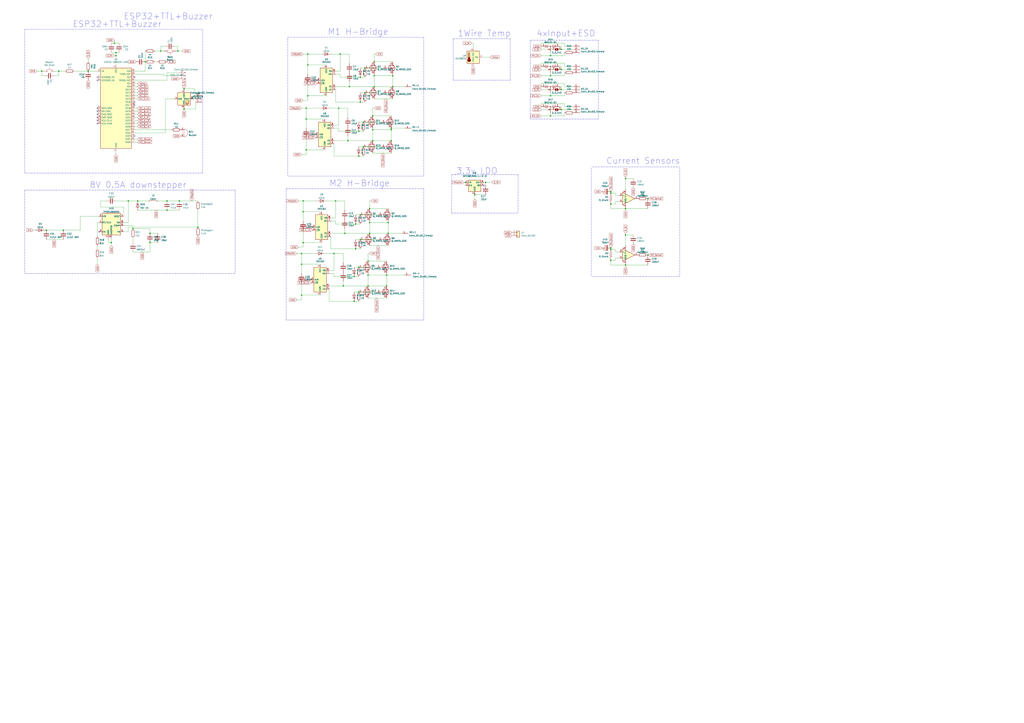
<source format=kicad_sch>
(kicad_sch (version 20211123) (generator eeschema)
  (paper "A1")
  (junction (at 34.29 58.42))
  (junction (at 251.46 97.79))
  (junction (at 461.01 40.64))
  (junction (at 281.94 234.95))
  (junction (at 295.91 196.85))
  (junction (at 109.22 187.96))
  (junction (at 321.31 105.41))
  (junction (at 501.65 158.75))
  (junction (at 294.64 128.27))
  (junction (at 151.13 89.535))
  (junction (at 318.77 191.77))
  (junction (at 290.83 247.65))
  (junction (at 299.72 55.88))
  (junction (at 302.26 214.63))
  (junction (at 119.38 50.8))
  (junction (at 294.64 219.71))
  (junction (at 251.46 123.19))
  (junction (at 306.07 106.68))
  (junction (at 146.05 41.91))
  (junction (at 38.1 189.23))
  (junction (at 461.01 90.17))
  (junction (at 298.45 120.65))
  (junction (at 137.16 172.72))
  (junction (at 48.26 58.42))
  (junction (at 285.75 115.57))
  (junction (at 295.91 176.53))
  (junction (at 274.32 208.28))
  (junction (at 513.715 146.685))
  (junction (at 137.16 165.1))
  (junction (at 398.78 149.86))
  (junction (at 452.12 95.25))
  (junction (at 298.45 100.33))
  (junction (at 290.83 227.33))
  (junction (at 501.65 157.48))
  (junction (at 513.715 193.04))
  (junction (at 132.08 41.91))
  (junction (at 532.13 209.55))
  (junction (at 321.31 106.68))
  (junction (at 147.32 165.1))
  (junction (at 303.53 191.77))
  (junction (at 452.12 45.72))
  (junction (at 303.53 182.88))
  (junction (at 275.59 165.1))
  (junction (at 307.34 71.12))
  (junction (at 283.21 191.77))
  (junction (at 317.5 226.06))
  (junction (at 72.39 58.42))
  (junction (at 389.89 160.02))
  (junction (at 248.92 173.99))
  (junction (at 292.1 204.47))
  (junction (at 248.92 165.1))
  (junction (at 382.27 149.86))
  (junction (at 252.73 53.34))
  (junction (at 93.98 35.56))
  (junction (at 294.64 107.95))
  (junction (at 123.19 191.77))
  (junction (at 501.65 167.64))
  (junction (at 279.4 44.45))
  (junction (at 295.91 63.5))
  (junction (at 295.91 83.82))
  (junction (at 52.07 189.23))
  (junction (at 461.01 57.15))
  (junction (at 306.07 95.25))
  (junction (at 513.715 171.45))
  (junction (at 461.01 73.66))
  (junction (at 95.25 45.72))
  (junction (at 113.03 165.1))
  (junction (at 318.77 182.88))
  (junction (at 123.19 199.39))
  (junction (at 322.58 71.12))
  (junction (at 303.53 171.45))
  (junction (at 321.31 115.57))
  (junction (at 513.715 217.805))
  (junction (at 248.92 199.39))
  (junction (at 317.5 234.95))
  (junction (at 251.46 88.9))
  (junction (at 501.65 205.105))
  (junction (at 501.65 213.995))
  (junction (at 105.41 165.1))
  (junction (at 452.12 78.74))
  (junction (at 95.25 43.18))
  (junction (at 252.73 78.74))
  (junction (at 532.13 163.195))
  (junction (at 302.26 226.06))
  (junction (at 91.44 199.39))
  (junction (at 247.65 208.28))
  (junction (at 302.26 234.95))
  (junction (at 162.56 186.69))
  (junction (at 299.72 76.2))
  (junction (at 151.13 73.025))
  (junction (at 307.34 50.8))
  (junction (at 452.12 62.23))
  (junction (at 322.58 62.23))
  (junction (at 501.65 203.835))
  (junction (at 247.65 242.57))
  (junction (at 278.13 88.9))
  (junction (at 294.64 240.03))
  (junction (at 252.73 44.45))
  (junction (at 307.34 62.23))
  (junction (at 287.02 71.12))
  (junction (at 292.1 184.15))
  (junction (at 306.07 115.57))
  (junction (at 247.65 217.17))
  (no_connect (at 110.49 111.76))
  (no_connect (at 80.01 63.5))
  (no_connect (at 80.01 66.04))
  (no_connect (at 110.49 86.36))
  (no_connect (at 80.01 96.52))
  (no_connect (at 80.01 99.06))
  (no_connect (at 397.51 152.4))
  (no_connect (at 80.01 101.6))
  (no_connect (at 110.49 63.5))
  (no_connect (at 80.01 91.44))
  (no_connect (at 80.01 93.98))
  (no_connect (at 110.49 83.82))
  (no_connect (at 81.28 190.5))
  (no_connect (at 80.01 88.9))
  (wire (pts (xy 501.65 167.005) (xy 501.65 167.64)))
  (wire (pts (xy 452.12 78.74) (xy 452.12 76.2)))
  (wire (pts (xy 93.98 35.56) (xy 97.79 35.56)))
  (wire (pts (xy 318.77 182.88) (xy 318.77 191.77)))
  (wire (pts (xy 162.56 172.72) (xy 162.56 186.69)))
  (wire (pts (xy 30.48 58.42) (xy 34.29 58.42)))
  (wire (pts (xy 80.01 212.09) (xy 80.01 217.17)))
  (wire (pts (xy 307.34 62.23) (xy 307.34 60.96)))
  (wire (pts (xy 311.15 176.53) (xy 295.91 176.53)))
  (wire (pts (xy 88.9 195.58) (xy 88.9 199.39)))
  (wire (pts (xy 444.5 87.63) (xy 444.5 85.09)))
  (polyline (pts (xy 370.84 143.51) (xy 370.84 175.26)))
  (wire (pts (xy 247.65 208.28) (xy 247.65 217.17)))
  (polyline (pts (xy 166.37 142.24) (xy 20.32 142.24)))
  (wire (pts (xy 271.78 181.61) (xy 275.59 181.61)))
  (wire (pts (xy 274.32 224.79) (xy 274.32 227.33)))
  (wire (pts (xy 271.78 44.45) (xy 279.4 44.45)))
  (wire (pts (xy 317.5 214.63) (xy 302.26 214.63)))
  (wire (pts (xy 110.49 93.98) (xy 113.03 93.98)))
  (wire (pts (xy 532.13 163.195) (xy 532.765 163.195)))
  (wire (pts (xy 513.715 170.815) (xy 513.715 171.45)))
  (wire (pts (xy 275.59 83.82) (xy 275.59 73.66)))
  (wire (pts (xy 275.59 184.15) (xy 292.1 184.15)))
  (wire (pts (xy 285.75 111.76) (xy 285.75 115.57)))
  (wire (pts (xy 82.55 170.18) (xy 82.55 165.1)))
  (wire (pts (xy 243.84 208.28) (xy 247.65 208.28)))
  (wire (pts (xy 307.34 71.12) (xy 307.34 62.23)))
  (wire (pts (xy 461.01 54.61) (xy 461.01 57.15)))
  (wire (pts (xy 270.51 88.9) (xy 278.13 88.9)))
  (wire (pts (xy 321.31 106.68) (xy 321.31 105.41)))
  (wire (pts (xy 95.25 45.72) (xy 95.25 53.34)))
  (wire (pts (xy 501.65 171.45) (xy 513.715 171.45)))
  (wire (pts (xy 303.53 191.77) (xy 318.77 191.77)))
  (wire (pts (xy 318.77 182.88) (xy 318.77 181.61)))
  (wire (pts (xy 295.91 176.53) (xy 292.1 176.53)))
  (wire (pts (xy 262.89 217.17) (xy 247.65 217.17)))
  (wire (pts (xy 275.59 83.82) (xy 295.91 83.82)))
  (wire (pts (xy 147.32 59.69) (xy 137.16 59.69)))
  (wire (pts (xy 505.46 207.01) (xy 505.46 205.105)))
  (polyline (pts (xy 425.45 143.51) (xy 370.84 143.51)))
  (wire (pts (xy 281.94 208.28) (xy 281.94 215.9)))
  (wire (pts (xy 95.25 43.18) (xy 97.79 43.18)))
  (polyline (pts (xy 491.49 33.02) (xy 491.49 97.79)))
  (wire (pts (xy 36.83 62.23) (xy 34.29 62.23)))
  (wire (pts (xy 322.58 81.28) (xy 307.34 81.28)))
  (wire (pts (xy 248.92 82.55) (xy 252.73 82.55)))
  (wire (pts (xy 135.89 81.28) (xy 143.51 81.28)))
  (wire (pts (xy 463.55 35.56) (xy 463.55 38.1)))
  (wire (pts (xy 274.32 105.41) (xy 278.13 105.41)))
  (wire (pts (xy 387.35 35.56) (xy 388.62 35.56)))
  (wire (pts (xy 452.12 45.72) (xy 452.12 43.18)))
  (wire (pts (xy 110.49 106.68) (xy 140.97 106.68)))
  (wire (pts (xy 264.16 173.99) (xy 248.92 173.99)))
  (wire (pts (xy 306.07 106.68) (xy 321.31 106.68)))
  (wire (pts (xy 95.25 127) (xy 95.25 124.46)))
  (wire (pts (xy 513.715 193.04) (xy 520.065 193.04)))
  (polyline (pts (xy 486.41 137.16) (xy 558.165 137.16)))
  (wire (pts (xy 101.6 170.18) (xy 82.55 170.18)))
  (polyline (pts (xy 373.38 143.51) (xy 374.65 143.51)))
  (wire (pts (xy 303.53 182.88) (xy 303.53 181.61)))
  (wire (pts (xy 279.4 63.5) (xy 295.91 63.5)))
  (wire (pts (xy 82.55 165.1) (xy 87.63 165.1)))
  (wire (pts (xy 461.01 87.63) (xy 461.01 90.17)))
  (wire (pts (xy 72.39 50.8) (xy 72.39 48.26)))
  (polyline (pts (xy 20.32 156.21) (xy 20.32 224.79)))
  (wire (pts (xy 135.89 38.1) (xy 132.08 38.1)))
  (wire (pts (xy 279.4 44.45) (xy 287.02 44.45)))
  (wire (pts (xy 463.55 87.63) (xy 471.17 87.63)))
  (wire (pts (xy 123.19 199.39) (xy 129.54 199.39)))
  (wire (pts (xy 160.655 89.535) (xy 151.13 89.535)))
  (wire (pts (xy 110.49 114.3) (xy 113.03 114.3)))
  (wire (pts (xy 109.22 195.58) (xy 109.22 199.39)))
  (wire (pts (xy 91.44 35.56) (xy 93.98 35.56)))
  (wire (pts (xy 287.02 71.12) (xy 307.34 71.12)))
  (polyline (pts (xy 347.98 262.89) (xy 234.95 262.89)))
  (wire (pts (xy 279.4 58.42) (xy 279.4 44.45)))
  (wire (pts (xy 444.5 68.58) (xy 463.55 68.58)))
  (wire (pts (xy 127 50.8) (xy 129.54 50.8)))
  (wire (pts (xy 513.715 191.77) (xy 513.715 193.04)))
  (wire (pts (xy 306.07 125.73) (xy 321.31 125.73)))
  (wire (pts (xy 252.73 44.45) (xy 264.16 44.45)))
  (wire (pts (xy 105.41 190.5) (xy 105.41 186.69)))
  (polyline (pts (xy 193.04 224.79) (xy 20.32 224.79)))
  (wire (pts (xy 461.01 71.12) (xy 461.01 73.66)))
  (wire (pts (xy 505.46 212.09) (xy 505.46 213.995)))
  (wire (pts (xy 110.49 91.44) (xy 113.03 91.44)))
  (wire (pts (xy 110.49 66.04) (xy 137.16 66.04)))
  (wire (pts (xy 501.65 157.48) (xy 501.65 156.845)))
  (polyline (pts (xy 419.1 31.75) (xy 419.1 66.04)))
  (wire (pts (xy 248.92 189.23) (xy 248.92 199.39)))
  (wire (pts (xy 274.32 128.27) (xy 294.64 128.27)))
  (wire (pts (xy 66.04 177.8) (xy 66.04 189.23)))
  (wire (pts (xy 452.12 62.23) (xy 452.12 59.69)))
  (wire (pts (xy 283.21 187.96) (xy 283.21 191.77)))
  (wire (pts (xy 110.49 58.42) (xy 119.38 58.42)))
  (wire (pts (xy 38.1 189.23) (xy 52.07 189.23)))
  (wire (pts (xy 307.34 50.8) (xy 307.34 44.45)))
  (wire (pts (xy 248.92 199.39) (xy 264.16 199.39)))
  (wire (pts (xy 275.59 181.61) (xy 275.59 184.15)))
  (wire (pts (xy 501.65 217.805) (xy 513.715 217.805)))
  (wire (pts (xy 278.13 102.87) (xy 278.13 88.9)))
  (wire (pts (xy 271.78 204.47) (xy 292.1 204.47)))
  (wire (pts (xy 252.73 82.55) (xy 252.73 78.74)))
  (wire (pts (xy 60.96 58.42) (xy 72.39 58.42)))
  (wire (pts (xy 48.26 62.23) (xy 48.26 58.42)))
  (wire (pts (xy 444.5 90.17) (xy 453.39 90.17)))
  (wire (pts (xy 452.12 95.25) (xy 452.12 92.71)))
  (wire (pts (xy 251.46 88.9) (xy 251.46 97.79)))
  (wire (pts (xy 123.19 191.77) (xy 129.54 191.77)))
  (polyline (pts (xy 435.61 33.02) (xy 491.49 33.02)))
  (wire (pts (xy 513.715 145.415) (xy 513.715 146.685)))
  (wire (pts (xy 271.78 179.07) (xy 275.59 179.07)))
  (wire (pts (xy 143.51 38.1) (xy 146.05 38.1)))
  (polyline (pts (xy 20.32 24.13) (xy 166.37 24.13)))
  (wire (pts (xy 146.05 38.1) (xy 146.05 41.91)))
  (wire (pts (xy 317.5 226.06) (xy 317.5 234.95)))
  (wire (pts (xy 444.5 52.07) (xy 463.55 52.07)))
  (wire (pts (xy 303.53 171.45) (xy 303.53 165.1)))
  (wire (pts (xy 101.6 190.5) (xy 105.41 190.5)))
  (wire (pts (xy 160.02 73.025) (xy 151.13 73.025)))
  (polyline (pts (xy 435.61 33.02) (xy 435.61 97.79)))
  (wire (pts (xy 285.75 115.57) (xy 306.07 115.57)))
  (polyline (pts (xy 486.41 227.33) (xy 558.165 227.33)))
  (wire (pts (xy 513.715 217.805) (xy 532.13 217.805)))
  (wire (pts (xy 151.13 73.025) (xy 151.13 73.66)))
  (wire (pts (xy 463.55 38.1) (xy 471.17 38.1)))
  (wire (pts (xy 281.94 234.95) (xy 302.26 234.95)))
  (wire (pts (xy 295.91 83.82) (xy 299.72 83.82)))
  (wire (pts (xy 513.715 193.04) (xy 513.715 201.93)))
  (wire (pts (xy 243.84 246.38) (xy 247.65 246.38)))
  (polyline (pts (xy 491.49 97.79) (xy 435.61 97.79)))
  (wire (pts (xy 248.92 165.1) (xy 248.92 173.99)))
  (polyline (pts (xy 485.775 137.795) (xy 485.775 227.33)))
  (wire (pts (xy 110.49 71.12) (xy 113.03 71.12)))
  (wire (pts (xy 91.44 195.58) (xy 91.44 199.39)))
  (wire (pts (xy 34.29 58.42) (xy 35.56 58.42)))
  (wire (pts (xy 532.13 163.195) (xy 532.13 163.83)))
  (polyline (pts (xy 425.45 143.51) (xy 425.45 175.26)))
  (wire (pts (xy 267.97 165.1) (xy 275.59 165.1)))
  (wire (pts (xy 95.25 165.1) (xy 105.41 165.1)))
  (wire (pts (xy 113.03 172.72) (xy 137.16 172.72)))
  (wire (pts (xy 505.46 212.09) (xy 508.635 212.09)))
  (wire (pts (xy 110.49 60.96) (xy 134.62 60.96)))
  (wire (pts (xy 110.49 104.14) (xy 113.03 104.14)))
  (wire (pts (xy 321.31 95.25) (xy 306.07 95.25)))
  (wire (pts (xy 513.715 217.17) (xy 513.715 217.805)))
  (wire (pts (xy 501.65 167.64) (xy 501.65 171.45)))
  (polyline (pts (xy 372.11 31.75) (xy 419.1 31.75)))
  (polyline (pts (xy 193.04 156.21) (xy 193.04 224.79)))
  (wire (pts (xy 501.65 205.105) (xy 501.65 205.74)))
  (wire (pts (xy 135.89 109.22) (xy 135.89 81.28)))
  (wire (pts (xy 105.41 186.69) (xy 162.56 186.69)))
  (wire (pts (xy 382.27 149.86) (xy 382.27 152.4)))
  (wire (pts (xy 270.51 224.79) (xy 274.32 224.79)))
  (wire (pts (xy 123.19 187.96) (xy 123.19 191.77)))
  (wire (pts (xy 252.73 44.45) (xy 252.73 53.34)))
  (wire (pts (xy 501.65 213.995) (xy 501.65 217.805)))
  (wire (pts (xy 321.31 105.41) (xy 332.74 105.41)))
  (wire (pts (xy 110.49 109.22) (xy 135.89 109.22)))
  (wire (pts (xy 322.58 50.8) (xy 307.34 50.8)))
  (wire (pts (xy 513.715 146.685) (xy 520.065 146.685)))
  (wire (pts (xy 306.07 106.68) (xy 306.07 105.41)))
  (wire (pts (xy 302.26 208.28) (xy 303.53 208.28)))
  (wire (pts (xy 151.13 88.9) (xy 151.13 89.535)))
  (wire (pts (xy 461.01 57.15) (xy 471.17 57.15)))
  (wire (pts (xy 505.46 165.735) (xy 505.46 167.64)))
  (polyline (pts (xy 234.95 154.94) (xy 237.49 154.94)))
  (wire (pts (xy 93.98 33.02) (xy 93.98 35.56)))
  (wire (pts (xy 396.24 46.99) (xy 402.59 46.99)))
  (wire (pts (xy 302.26 234.95) (xy 302.26 226.06)))
  (wire (pts (xy 307.34 44.45) (xy 308.61 44.45)))
  (wire (pts (xy 137.16 172.72) (xy 147.32 172.72)))
  (polyline (pts (xy 20.32 24.13) (xy 20.32 142.24)))
  (wire (pts (xy 299.72 76.2) (xy 295.91 76.2)))
  (wire (pts (xy 317.5 226.06) (xy 317.5 224.79)))
  (wire (pts (xy 247.65 242.57) (xy 262.89 242.57)))
  (wire (pts (xy 321.31 106.68) (xy 321.31 115.57)))
  (wire (pts (xy 444.5 38.1) (xy 444.5 35.56)))
  (wire (pts (xy 274.32 208.28) (xy 281.94 208.28)))
  (wire (pts (xy 123.19 207.01) (xy 123.19 199.39)))
  (wire (pts (xy 105.41 182.88) (xy 105.41 165.1)))
  (wire (pts (xy 283.21 191.77) (xy 303.53 191.77)))
  (wire (pts (xy 146.05 41.91) (xy 144.78 41.91)))
  (wire (pts (xy 109.22 207.01) (xy 123.19 207.01)))
  (wire (pts (xy 302.26 214.63) (xy 302.26 208.28)))
  (wire (pts (xy 459.74 38.1) (xy 461.01 38.1)))
  (wire (pts (xy 398.78 149.86) (xy 398.78 152.4)))
  (wire (pts (xy 287.02 67.31) (xy 287.02 71.12)))
  (wire (pts (xy 119.38 41.91) (xy 119.38 50.8)))
  (wire (pts (xy 252.73 53.34) (xy 252.73 60.96)))
  (wire (pts (xy 505.46 158.75) (xy 501.65 158.75)))
  (wire (pts (xy 513.715 217.805) (xy 513.715 219.075)))
  (wire (pts (xy 274.32 222.25) (xy 274.32 208.28)))
  (wire (pts (xy 303.53 191.77) (xy 303.53 182.88)))
  (wire (pts (xy 463.55 45.72) (xy 463.55 43.18)))
  (wire (pts (xy 531.495 209.55) (xy 532.13 209.55)))
  (wire (pts (xy 134.62 62.23) (xy 134.62 60.96)))
  (wire (pts (xy 160.02 81.28) (xy 160.02 73.025)))
  (wire (pts (xy 501.65 158.75) (xy 501.65 159.385)))
  (wire (pts (xy 463.55 85.09) (xy 463.55 87.63)))
  (wire (pts (xy 132.08 41.91) (xy 127 41.91)))
  (wire (pts (xy 158.75 78.74) (xy 158.75 81.28)))
  (wire (pts (xy 299.72 63.5) (xy 295.91 63.5)))
  (wire (pts (xy 278.13 107.95) (xy 294.64 107.95)))
  (wire (pts (xy 248.92 203.2) (xy 248.92 199.39)))
  (wire (pts (xy 306.07 115.57) (xy 306.07 106.68)))
  (wire (pts (xy 27.305 189.23) (xy 29.21 189.23)))
  (wire (pts (xy 398.78 149.86) (xy 403.86 149.86)))
  (wire (pts (xy 303.53 182.88) (xy 318.77 182.88)))
  (wire (pts (xy 160.655 78.74) (xy 158.75 78.74)))
  (wire (pts (xy 251.46 123.19) (xy 266.7 123.19)))
  (wire (pts (xy 513.715 171.45) (xy 532.13 171.45)))
  (wire (pts (xy 444.5 78.74) (xy 452.12 78.74)))
  (wire (pts (xy 247.65 208.28) (xy 259.08 208.28)))
  (wire (pts (xy 463.55 68.58) (xy 463.55 71.12)))
  (wire (pts (xy 247.65 217.17) (xy 247.65 224.79)))
  (wire (pts (xy 134.62 41.91) (xy 132.08 41.91)))
  (wire (pts (xy 91.44 199.39) (xy 91.44 201.93)))
  (wire (pts (xy 322.58 71.12) (xy 332.74 71.12)))
  (wire (pts (xy 298.45 120.65) (xy 294.64 120.65)))
  (wire (pts (xy 275.59 165.1) (xy 283.21 165.1)))
  (wire (pts (xy 306.07 115.57) (xy 321.31 115.57)))
  (wire (pts (xy 245.11 165.1) (xy 248.92 165.1)))
  (wire (pts (xy 275.59 71.12) (xy 287.02 71.12)))
  (polyline (pts (xy 347.98 144.78) (xy 236.22 144.78)))
  (wire (pts (xy 532.13 209.55) (xy 532.13 210.185)))
  (wire (pts (xy 48.26 58.42) (xy 53.34 58.42)))
  (wire (pts (xy 290.83 227.33) (xy 294.64 227.33)))
  (wire (pts (xy 513.715 146.685) (xy 513.715 155.575)))
  (wire (pts (xy 247.65 88.9) (xy 251.46 88.9)))
  (polyline (pts (xy 370.84 175.26) (xy 425.45 175.26)))
  (wire (pts (xy 444.5 62.23) (xy 452.12 62.23)))
  (wire (pts (xy 463.55 71.12) (xy 471.17 71.12)))
  (wire (pts (xy 281.94 231.14) (xy 281.94 234.95)))
  (wire (pts (xy 275.59 60.96) (xy 279.4 60.96)))
  (wire (pts (xy 110.49 99.06) (xy 113.03 99.06)))
  (wire (pts (xy 105.41 165.1) (xy 113.03 165.1)))
  (wire (pts (xy 248.92 165.1) (xy 260.35 165.1)))
  (wire (pts (xy 109.22 187.96) (xy 123.19 187.96)))
  (wire (pts (xy 299.72 76.2) (xy 314.96 76.2)))
  (wire (pts (xy 294.64 240.03) (xy 290.83 240.03)))
  (wire (pts (xy 444.5 35.56) (xy 463.55 35.56)))
  (wire (pts (xy 531.495 163.195) (xy 532.13 163.195)))
  (polyline (pts (xy 237.49 154.94) (xy 347.98 154.94)))
  (wire (pts (xy 463.55 52.07) (xy 463.55 54.61)))
  (wire (pts (xy 245.11 203.2) (xy 248.92 203.2)))
  (wire (pts (xy 318.77 201.93) (xy 303.53 201.93)))
  (wire (pts (xy 270.51 234.95) (xy 281.94 234.95)))
  (wire (pts (xy 463.55 62.23) (xy 452.12 62.23)))
  (wire (pts (xy 274.32 227.33) (xy 290.83 227.33)))
  (wire (pts (xy 95.25 43.18) (xy 95.25 45.72)))
  (wire (pts (xy 147.32 62.23) (xy 134.62 62.23)))
  (wire (pts (xy 318.77 171.45) (xy 303.53 171.45)))
  (wire (pts (xy 109.22 185.42) (xy 109.22 187.96)))
  (wire (pts (xy 110.49 116.84) (xy 113.03 116.84)))
  (wire (pts (xy 88.9 199.39) (xy 91.44 199.39)))
  (wire (pts (xy 101.6 182.88) (xy 105.41 182.88)))
  (wire (pts (xy 303.53 165.1) (xy 304.8 165.1)))
  (polyline (pts (xy 234.95 262.89) (xy 234.95 154.94)))
  (wire (pts (xy 463.55 95.25) (xy 452.12 95.25)))
  (wire (pts (xy 322.58 62.23) (xy 322.58 71.12)))
  (wire (pts (xy 461.01 90.17) (xy 471.17 90.17)))
  (wire (pts (xy 461.01 38.1) (xy 461.01 40.64)))
  (wire (pts (xy 38.1 196.85) (xy 52.07 196.85)))
  (polyline (pts (xy 20.32 156.21) (xy 193.04 156.21)))
  (wire (pts (xy 444.5 54.61) (xy 444.5 52.07)))
  (polyline (pts (xy 419.1 66.04) (xy 372.11 66.04)))
  (wire (pts (xy 444.5 95.25) (xy 452.12 95.25)))
  (wire (pts (xy 34.29 62.23) (xy 34.29 58.42)))
  (wire (pts (xy 463.55 78.74) (xy 452.12 78.74)))
  (wire (pts (xy 267.97 53.34) (xy 252.73 53.34)))
  (wire (pts (xy 318.77 191.77) (xy 330.2 191.77)))
  (wire (pts (xy 110.49 68.58) (xy 113.03 68.58)))
  (polyline (pts (xy 347.98 30.48) (xy 347.98 144.78)))
  (wire (pts (xy 298.45 120.65) (xy 313.69 120.65)))
  (wire (pts (xy 501.65 213.36) (xy 501.65 213.995)))
  (wire (pts (xy 274.32 115.57) (xy 285.75 115.57)))
  (wire (pts (xy 505.46 160.655) (xy 508.635 160.655)))
  (wire (pts (xy 137.16 59.69) (xy 137.16 66.04)))
  (wire (pts (xy 314.96 55.88) (xy 299.72 55.88)))
  (wire (pts (xy 270.51 222.25) (xy 274.32 222.25)))
  (polyline (pts (xy 347.98 154.94) (xy 347.98 262.89)))
  (wire (pts (xy 501.65 203.835) (xy 501.65 205.105)))
  (wire (pts (xy 505.46 167.64) (xy 501.65 167.64)))
  (wire (pts (xy 266.7 208.28) (xy 274.32 208.28)))
  (wire (pts (xy 294.64 128.27) (xy 298.45 128.27)))
  (wire (pts (xy 110.49 73.66) (xy 113.03 73.66)))
  (wire (pts (xy 302.26 234.95) (xy 317.5 234.95)))
  (wire (pts (xy 463.55 62.23) (xy 463.55 59.69)))
  (wire (pts (xy 505.46 205.105) (xy 501.65 205.105)))
  (wire (pts (xy 251.46 97.79) (xy 251.46 105.41)))
  (wire (pts (xy 252.73 68.58) (xy 252.73 78.74)))
  (wire (pts (xy 444.5 57.15) (xy 453.39 57.15)))
  (wire (pts (xy 251.46 88.9) (xy 262.89 88.9)))
  (wire (pts (xy 307.34 71.12) (xy 322.58 71.12)))
  (wire (pts (xy 388.62 35.56) (xy 388.62 39.37)))
  (wire (pts (xy 501.65 203.835) (xy 501.65 203.2)))
  (polyline (pts (xy 236.22 144.78) (xy 236.22 30.48)))
  (wire (pts (xy 248.92 173.99) (xy 248.92 181.61)))
  (wire (pts (xy 45.72 58.42) (xy 48.26 58.42)))
  (wire (pts (xy 292.1 184.15) (xy 295.91 184.15)))
  (wire (pts (xy 459.74 54.61) (xy 461.01 54.61)))
  (wire (pts (xy 294.64 240.03) (xy 309.88 240.03)))
  (wire (pts (xy 101.6 177.8) (xy 101.6 170.18)))
  (wire (pts (xy 317.5 226.06) (xy 332.105 226.06)))
  (wire (pts (xy 271.78 204.47) (xy 271.78 194.31)))
  (wire (pts (xy 274.32 128.27) (xy 274.32 118.11)))
  (wire (pts (xy 279.4 60.96) (xy 279.4 63.5)))
  (wire (pts (xy 459.74 71.12) (xy 461.01 71.12)))
  (wire (pts (xy 147.32 165.1) (xy 162.56 165.1)))
  (wire (pts (xy 160.655 83.82) (xy 160.655 89.535)))
  (wire (pts (xy 110.49 81.28) (xy 113.03 81.28)))
  (wire (pts (xy 248.92 44.45) (xy 252.73 44.45)))
  (wire (pts (xy 72.39 58.42) (xy 80.01 58.42)))
  (wire (pts (xy 81.28 177.8) (xy 66.04 177.8)))
  (wire (pts (xy 52.07 189.23) (xy 66.04 189.23)))
  (wire (pts (xy 307.34 62.23) (xy 322.58 62.23)))
  (wire (pts (xy 463.55 45.72) (xy 452.12 45.72)))
  (wire (pts (xy 295.91 196.85) (xy 292.1 196.85)))
  (wire (pts (xy 501.65 157.48) (xy 501.65 158.75)))
  (wire (pts (xy 275.59 58.42) (xy 279.4 58.42)))
  (wire (pts (xy 81.28 182.88) (xy 80.01 182.88)))
  (wire (pts (xy 278.13 105.41) (xy 278.13 107.95)))
  (wire (pts (xy 302.26 226.06) (xy 302.26 224.79)))
  (wire (pts (xy 110.49 78.74) (xy 113.03 78.74)))
  (wire (pts (xy 290.83 247.65) (xy 294.64 247.65)))
  (wire (pts (xy 151.13 72.39) (xy 151.13 73.025)))
  (wire (pts (xy 302.26 226.06) (xy 317.5 226.06)))
  (wire (pts (xy 381 149.86) (xy 382.27 149.86)))
  (wire (pts (xy 298.45 100.33) (xy 294.64 100.33)))
  (wire (pts (xy 292.1 204.47) (xy 295.91 204.47)))
  (wire (pts (xy 505.46 213.995) (xy 501.65 213.995)))
  (wire (pts (xy 295.91 196.85) (xy 311.15 196.85)))
  (wire (pts (xy 113.03 165.1) (xy 121.92 165.1)))
  (wire (pts (xy 110.49 88.9) (xy 113.03 88.9)))
  (wire (pts (xy 463.55 78.74) (xy 463.55 76.2)))
  (wire (pts (xy 132.08 38.1) (xy 132.08 41.91)))
  (wire (pts (xy 247.65 232.41) (xy 247.65 242.57)))
  (wire (pts (xy 44.45 62.23) (xy 48.26 62.23)))
  (wire (pts (xy 505.46 207.01) (xy 508.635 207.01)))
  (wire (pts (xy 270.51 247.65) (xy 270.51 237.49)))
  (wire (pts (xy 444.5 71.12) (xy 444.5 68.58)))
  (wire (pts (xy 532.13 209.55) (xy 532.765 209.55)))
  (wire (pts (xy 271.78 191.77) (xy 283.21 191.77)))
  (polyline (pts (xy 166.37 24.13) (xy 166.37 142.24)))
  (wire (pts (xy 95.25 45.72) (xy 93.98 45.72)))
  (wire (pts (xy 252.73 78.74) (xy 267.97 78.74)))
  (wire (pts (xy 274.32 102.87) (xy 278.13 102.87)))
  (wire (pts (xy 110.49 76.2) (xy 113.03 76.2)))
  (wire (pts (xy 129.54 165.1) (xy 137.16 165.1)))
  (wire (pts (xy 444.5 45.72) (xy 452.12 45.72)))
  (wire (pts (xy 285.75 88.9) (xy 285.75 96.52)))
  (wire (pts (xy 270.51 247.65) (xy 290.83 247.65)))
  (wire (pts (xy 119.38 50.8) (xy 119.38 58.42)))
  (wire (pts (xy 294.64 219.71) (xy 290.83 219.71)))
  (wire (pts (xy 80.01 182.88) (xy 80.01 194.31)))
  (polyline (pts (xy 236.22 30.48) (xy 347.98 30.48)))
  (wire (pts (xy 149.86 41.91) (xy 146.05 41.91)))
  (wire (pts (xy 461.01 73.66) (xy 471.17 73.66)))
  (wire (pts (xy 444.5 40.64) (xy 453.39 40.64)))
  (wire (pts (xy 444.5 85.09) (xy 463.55 85.09)))
  (wire (pts (xy 397.51 149.86) (xy 398.78 149.86)))
  (wire (pts (xy 36.83 189.23) (xy 38.1 189.23)))
  (wire (pts (xy 266.7 97.79) (xy 251.46 97.79)))
  (wire (pts (xy 461.01 40.64) (xy 471.17 40.64)))
  (wire (pts (xy 278.13 88.9) (xy 285.75 88.9)))
  (wire (pts (xy 110.49 96.52) (xy 113.03 96.52)))
  (wire (pts (xy 287.02 44.45) (xy 287.02 52.07)))
  (wire (pts (xy 463.55 95.25) (xy 463.55 92.71)))
  (wire (pts (xy 322.58 62.23) (xy 322.58 60.96)))
  (wire (pts (xy 137.16 165.1) (xy 147.32 165.1)))
  (wire (pts (xy 513.715 171.45) (xy 513.715 172.72)))
  (wire (pts (xy 398.78 160.02) (xy 389.89 160.02)))
  (wire (pts (xy 309.88 219.71) (xy 294.64 219.71)))
  (wire (pts (xy 444.5 73.66) (xy 453.39 73.66)))
  (wire (pts (xy 251.46 113.03) (xy 251.46 123.19)))
  (wire (pts (xy 80.01 201.93) (xy 80.01 204.47)))
  (polyline (pts (xy 372.11 31.75) (xy 372.11 66.04)))
  (wire (pts (xy 306.07 95.25) (xy 306.07 88.9)))
  (polyline (pts (xy 558.165 137.795) (xy 558.165 227.33)))
  (wire (pts (xy 299.72 55.88) (xy 295.91 55.88)))
  (wire (pts (xy 306.07 88.9) (xy 307.34 88.9)))
  (wire (pts (xy 283.21 165.1) (xy 283.21 172.72)))
  (wire (pts (xy 247.65 246.38) (xy 247.65 242.57)))
  (wire (pts (xy 389.89 160.02) (xy 389.89 163.83)))
  (wire (pts (xy 275.59 179.07) (xy 275.59 165.1)))
  (wire (pts (xy 459.74 87.63) (xy 461.01 87.63)))
  (wire (pts (xy 101.6 185.42) (xy 109.22 185.42)))
  (wire (pts (xy 251.46 127) (xy 251.46 123.19)))
  (wire (pts (xy 463.55 54.61) (xy 471.17 54.61)))
  (wire (pts (xy 317.5 245.11) (xy 302.26 245.11)))
  (wire (pts (xy 160.655 81.28) (xy 160.02 81.28)))
  (wire (pts (xy 247.65 127) (xy 251.46 127)))
  (wire (pts (xy 505.46 160.655) (xy 505.46 158.75)))
  (wire (pts (xy 151.13 89.535) (xy 151.13 90.17)))
  (wire (pts (xy 313.69 100.33) (xy 298.45 100.33)))
  (wire (pts (xy 110.49 101.6) (xy 113.03 101.6)))
  (wire (pts (xy 91.44 43.18) (xy 95.25 43.18)))
  (wire (pts (xy 505.46 165.735) (xy 508.635 165.735)))
  (wire (pts (xy 294.64 107.95) (xy 298.45 107.95)))
  (text "Current Sensors" (at 497.84 135.255 0) (effects (font (size 5 5)) (justify left bottom)))
  (text "8V 0.5A downstepper" (at 73.66 154.94 0) (effects (font (size 5 5)) (justify left bottom)))
  (text "3.3v LDO" (at 374.65 143.51 0) (effects (font (size 5 5)) (justify left bottom)))
  (text "M2 H-Bridge" (at 270.51 153.67 0) (effects (font (size 5 5)) (justify left bottom)))
  (text "ESP32+TTL+Buzzer" (at 59.69 22.86 0) (effects (font (size 5 5)) (justify left bottom)))
  (text "ESP32+TTL+Buzzer" (at 101.6 16.51 0) (effects (font (size 5 5)) (justify left bottom)))
  (text "1Wire Temp" (at 375.92 30.48 0) (effects (font (size 5 5)) (justify left bottom)))
  (text "4xInput+ESD" (at 440.69 30.48 0) (effects (font (size 5 5)) (justify left bottom)))
  (text "M1 H-Bridge" (at 269.24 29.21 0) (effects (font (size 5 5)) (justify left bottom)))
  (global_label "M1_A_LO" (shape input) (at 113.03 88.9 0) (property "Intersheet References" "${INTERSHEET_REFS}" (effects hide)))
  (global_label "3_3V" (shape input) (at 513.715 191.77 90) (property "Intersheet References" "${INTERSHEET_REFS}" (effects hide)))
  (global_label "GND" (shape input) (at 513.715 172.72 270) (property "Intersheet References" "${INTERSHEET_REFS}" (effects hide)))
  (global_label "GND" (shape input) (at 247.65 127 180) (property "Intersheet References" "${INTERSHEET_REFS}" (effects hide)))
  (global_label "M2_Sense" (shape input) (at 113.03 116.84 0) (property "Intersheet References" "${INTERSHEET_REFS}" (effects hide)))
  (global_label "M1_A_HI" (shape input) (at 113.03 81.28 0) (property "Intersheet References" "${INTERSHEET_REFS}" (effects hide)))
  (global_label "GND" (shape input) (at 245.11 203.2 180) (property "Intersheet References" "${INTERSHEET_REFS}" (effects hide)))
  (global_label "3_3V" (shape input) (at 151.13 72.39 90) (property "Intersheet References" "${INTERSHEET_REFS}" (effects hide)))
  (global_label "VIN" (shape input) (at 308.61 44.45 0) (property "Intersheet References" "${INTERSHEET_REFS}" (effects hide)))
  (global_label "3_3V" (shape input) (at 444.5 57.15 180) (property "Intersheet References" "${INTERSHEET_REFS}" (effects hide)))
  (global_label "GND" (shape input) (at 72.39 66.04 270) (property "Intersheet References" "${INTERSHEET_REFS}" (effects hide)))
  (global_label "M2_A_LO" (shape input) (at 113.03 99.06 0) (property "Intersheet References" "${INTERSHEET_REFS}" (effects hide)))
  (global_label "M2_B_LO" (shape input) (at 113.03 104.14 0) (property "Intersheet References" "${INTERSHEET_REFS}" (effects hide)))
  (global_label "VIN" (shape input) (at 304.8 165.1 0) (property "Intersheet References" "${INTERSHEET_REFS}" (effects hide)))
  (global_label "3_3V" (shape input) (at 444.5 73.66 180) (property "Intersheet References" "${INTERSHEET_REFS}" (effects hide)))
  (global_label "M1_Shunt" (shape input) (at 314.322 125.73 270) (property "Intersheet References" "${INTERSHEET_REFS}" (effects hide)))
  (global_label "M1_Sense" (shape input) (at 532.765 163.195 0) (property "Intersheet References" "${INTERSHEET_REFS}" (effects hide)))
  (global_label "M2_Sense" (shape input) (at 532.765 209.55 0) (property "Intersheet References" "${INTERSHEET_REFS}" (effects hide)))
  (global_label "M1_S2" (shape input) (at 444.5 62.23 180) (property "Intersheet References" "${INTERSHEET_REFS}" (effects hide)))
  (global_label "GND" (shape input) (at 243.84 246.38 180) (property "Intersheet References" "${INTERSHEET_REFS}" (effects hide)))
  (global_label "GND" (shape input) (at 388.62 54.61 270) (property "Intersheet References" "${INTERSHEET_REFS}" (effects hide)))
  (global_label "3_3V" (shape input) (at 93.98 45.72 180) (property "Intersheet References" "${INTERSHEET_REFS}" (effects hide)))
  (global_label "VMosfet" (shape input) (at 247.65 88.9 180) (property "Intersheet References" "${INTERSHEET_REFS}" (effects hide)))
  (global_label "GND" (shape input) (at 116.84 207.01 270) (property "Intersheet References" "${INTERSHEET_REFS}" (effects hide)))
  (global_label "GND" (shape input) (at 111.76 50.8 180) (property "Intersheet References" "${INTERSHEET_REFS}" (effects hide)))
  (global_label "3_3V" (shape input) (at 387.35 35.56 180) (property "Intersheet References" "${INTERSHEET_REFS}" (effects hide)))
  (global_label "3_3V" (shape input) (at 444.5 90.17 180) (property "Intersheet References" "${INTERSHEET_REFS}" (effects hide)))
  (global_label "M1_Sense" (shape input) (at 113.03 114.3 0) (property "Intersheet References" "${INTERSHEET_REFS}" (effects hide)))
  (global_label "M2_Shunt" (shape input) (at 310.515 201.93 270) (property "Intersheet References" "${INTERSHEET_REFS}" (effects hide)))
  (global_label "GND" (shape input) (at 444.5 87.63 180) (property "Intersheet References" "${INTERSHEET_REFS}" (effects hide)))
  (global_label "M2_S2" (shape input) (at 444.5 95.25 180) (property "Intersheet References" "${INTERSHEET_REFS}" (effects hide)))
  (global_label "GND" (shape input) (at 389.89 163.83 270) (property "Intersheet References" "${INTERSHEET_REFS}" (effects hide)))
  (global_label "GND" (shape input) (at 30.48 58.42 180) (property "Intersheet References" "${INTERSHEET_REFS}" (effects hide)))
  (global_label "M2_S2" (shape input) (at 113.03 71.12 0) (property "Intersheet References" "${INTERSHEET_REFS}" (effects hide)))
  (global_label "GND" (shape input) (at 44.45 196.85 270) (property "Intersheet References" "${INTERSHEET_REFS}" (effects hide)))
  (global_label "M1_A_HI" (shape input) (at 260.35 66.04 180) (property "Intersheet References" "${INTERSHEET_REFS}" (effects hide)))
  (global_label "M2_B_HI" (shape input) (at 255.27 229.87 180) (property "Intersheet References" "${INTERSHEET_REFS}" (effects hide)))
  (global_label "GND" (shape input) (at 162.56 194.31 270) (property "Intersheet References" "${INTERSHEET_REFS}" (effects hide)))
  (global_label "GND" (shape input) (at 95.25 127 270) (property "Intersheet References" "${INTERSHEET_REFS}" (effects hide)))
  (global_label "VIN" (shape input) (at 420.37 193.675 180) (property "Intersheet References" "${INTERSHEET_REFS}" (effects hide)))
  (global_label "VMosfet" (shape input) (at 248.92 44.45 180) (property "Intersheet References" "${INTERSHEET_REFS}" (effects hide)))
  (global_label "M1_S2" (shape input) (at 113.03 73.66 0) (property "Intersheet References" "${INTERSHEET_REFS}" (effects hide)))
  (global_label "M2_A_HI" (shape input) (at 256.54 186.69 180) (property "Intersheet References" "${INTERSHEET_REFS}" (effects hide)))
  (global_label "M1_Shunt" (shape input) (at 501.65 156.845 90) (property "Intersheet References" "${INTERSHEET_REFS}" (effects hide)))
  (global_label "GND" (shape input) (at 147.32 64.77 180) (property "Intersheet References" "${INTERSHEET_REFS}" (effects hide)))
  (global_label "GND" (shape input) (at 149.86 41.91 0) (property "Intersheet References" "${INTERSHEET_REFS}" (effects hide)))
  (global_label "GND" (shape input) (at 520.065 154.305 270) (property "Intersheet References" "${INTERSHEET_REFS}" (effects hide)))
  (global_label "VIN" (shape input) (at 303.53 208.28 0) (property "Intersheet References" "${INTERSHEET_REFS}" (effects hide)))
  (global_label "Temp" (shape input) (at 402.59 46.99 0) (property "Intersheet References" "${INTERSHEET_REFS}" (effects hide)))
  (global_label "VIN" (shape input) (at 307.34 88.9 0) (property "Intersheet References" "${INTERSHEET_REFS}" (effects hide)))
  (global_label "GND" (shape input) (at 80.01 217.17 270) (property "Intersheet References" "${INTERSHEET_REFS}" (effects hide)))
  (global_label "3_3V" (shape input) (at 403.86 149.86 0) (property "Intersheet References" "${INTERSHEET_REFS}" (effects hide)))
  (global_label "VMosfet" (shape input) (at 381 149.86 180) (property "Intersheet References" "${INTERSHEET_REFS}" (effects hide)))
  (global_label "VIN" (shape input) (at 494.03 157.48 180) (property "Intersheet References" "${INTERSHEET_REFS}" (effects hide)))
  (global_label "GND" (shape input) (at 248.92 82.55 180) (property "Intersheet References" "${INTERSHEET_REFS}" (effects hide)))
  (global_label "M2_S1" (shape input) (at 113.03 76.2 0) (property "Intersheet References" "${INTERSHEET_REFS}" (effects hide)))
  (global_label "M1_S1" (shape input) (at 113.03 78.74 0) (property "Intersheet References" "${INTERSHEET_REFS}" (effects hide)))
  (global_label "GND" (shape input) (at 520.065 200.66 270) (property "Intersheet References" "${INTERSHEET_REFS}" (effects hide)))
  (global_label "M2_Shunt" (shape input) (at 501.65 203.2 90) (property "Intersheet References" "${INTERSHEET_REFS}" (effects hide)))
  (global_label "3_3V" (shape input) (at 72.39 48.26 90) (property "Intersheet References" "${INTERSHEET_REFS}" (effects hide)))
  (global_label "GND" (shape input) (at 148.59 111.76 180) (property "Intersheet References" "${INTERSHEET_REFS}" (effects hide)))
  (global_label "M2_S1" (shape input) (at 444.5 78.74 180) (property "Intersheet References" "${INTERSHEET_REFS}" (effects hide)))
  (global_label "M1_Shunt" (shape input) (at 316.865 81.28 270) (property "Intersheet References" "${INTERSHEET_REFS}" (effects hide)))
  (global_label "3_3V" (shape input) (at 513.715 145.415 90) (property "Intersheet References" "${INTERSHEET_REFS}" (effects hide)))
  (global_label "VMosfet" (shape input) (at 243.84 208.28 180) (property "Intersheet References" "${INTERSHEET_REFS}" (effects hide)))
  (global_label "GND" (shape input) (at 128.27 172.72 270) (property "Intersheet References" "${INTERSHEET_REFS}" (effects hide)))
  (global_label "GND" (shape input) (at 513.715 219.075 270) (property "Intersheet References" "${INTERSHEET_REFS}" (effects hide)))
  (global_label "GND" (shape input) (at 444.5 54.61 180) (property "Intersheet References" "${INTERSHEET_REFS}" (effects hide)))
  (global_label "VMosfet" (shape input) (at 245.11 165.1 180) (property "Intersheet References" "${INTERSHEET_REFS}" (effects hide)))
  (global_label "M1_B_HI" (shape input) (at 259.08 110.49 180) (property "Intersheet References" "${INTERSHEET_REFS}" (effects hide)))
  (global_label "M2_B_HI" (shape input) (at 113.03 101.6 0) (property "Intersheet References" "${INTERSHEET_REFS}" (effects hide)))
  (global_label "M1_A_LO" (shape input) (at 260.35 68.58 180) (property "Intersheet References" "${INTERSHEET_REFS}" (effects hide)))
  (global_label "M1_B_LO" (shape input) (at 113.03 93.98 0) (property "Intersheet References" "${INTERSHEET_REFS}" (effects hide)))
  (global_label "3_3V" (shape input) (at 444.5 40.64 180) (property "Intersheet References" "${INTERSHEET_REFS}" (effects hide)))
  (global_label "VIN" (shape input) (at 494.03 203.835 180) (property "Intersheet References" "${INTERSHEET_REFS}" (effects hide)))
  (global_label "VMosfet" (shape input) (at 157.48 165.1 90) (property "Intersheet References" "${INTERSHEET_REFS}" (effects hide)))
  (global_label "M2_Shunt" (shape input) (at 309.245 245.11 270) (property "Intersheet References" "${INTERSHEET_REFS}" (effects hide)))
  (global_label "GND" (shape input) (at 151.13 90.17 270) (property "Intersheet References" "${INTERSHEET_REFS}" (effects hide)))
  (global_label "GND" (shape input) (at 93.98 33.02 180) (property "Intersheet References" "${INTERSHEET_REFS}" (effects hide)))
  (global_label "GND" (shape input) (at 444.5 38.1 180) (property "Intersheet References" "${INTERSHEET_REFS}" (effects hide)))
  (global_label "M2_B_LO" (shape input) (at 255.27 232.41 180) (property "Intersheet References" "${INTERSHEET_REFS}" (effects hide)))
  (global_label "M1_B_HI" (shape input) (at 113.03 91.44 0) (property "Intersheet References" "${INTERSHEET_REFS}" (effects hide)))
  (global_label "M2_A_HI" (shape input) (at 113.03 96.52 0) (property "Intersheet References" "${INTERSHEET_REFS}" (effects hide)))
  (global_label "GND" (shape input) (at 91.44 201.93 270) (property "Intersheet References" "${INTERSHEET_REFS}" (effects hide)))
  (global_label "Temp" (shape input) (at 113.03 68.58 0) (property "Intersheet References" "${INTERSHEET_REFS}" (effects hide)))
  (global_label "VIN" (shape input) (at 27.305 189.23 180) (property "Intersheet References" "${INTERSHEET_REFS}" (effects hide)))
  (global_label "GND" (shape input) (at 444.5 71.12 180) (property "Intersheet References" "${INTERSHEET_REFS}" (effects hide)))
  (global_label "M2_A_LO" (shape input) (at 256.54 189.23 180) (property "Intersheet References" "${INTERSHEET_REFS}" (effects hide)))
  (global_label "GND" (shape input) (at 420.37 191.135 180) (property "Intersheet References" "${INTERSHEET_REFS}" (effects hide)))
  (global_label "M1_B_LO" (shape input) (at 259.08 113.03 180) (property "Intersheet References" "${INTERSHEET_REFS}" (effects hide)))
  (global_label "3_3V" (shape input) (at 137.16 50.8 0) (property "Intersheet References" "${INTERSHEET_REFS}" (effects hide)))
  (global_label "M1_S1" (shape input) (at 444.5 45.72 180) (property "Intersheet References" "${INTERSHEET_REFS}" (effects hide)))
  (symbol (lib_id "Device:C") (at 97.79 39.37 180) (unit 1)
    (property "Reference" "C3" (at 105.41 40.64 0) (effects (justify left)))
    (property "Value" "22uf" (at 105.41 38.1 0) (effects (justify left)))
    (property "Footprint" "Capacitor_SMD:C_0805_2012Metric" (effects hide))
    (property "LCSC" "C5674" (effects hide))
  )
  (symbol (lib_id "Device:C") (at 91.44 39.37 0) (unit 1)
    (property "Reference" "C2" (at 88.519 40.5384 0) (effects (justify right)))
    (property "Value" "100n" (at 88.519 38.227 0) (effects (justify right)))
    (property "Footprint" "Capacitor_SMD:C_0603_1608Metric" (effects hide))
    (property "LCSC" "C14663" (effects hide))
  )
  (symbol (lib_id "RF_Module:ESP32-WROOM-32D") (at 95.25 88.9 0) (unit 1)
    (property "Reference" "U4" (at 95.25 48.7426 0))
    (property "Value" "ESP32-WROOM-32D" (at 95.25 51.054 0))
    (property "Footprint" "RF_Module:ESP32-WROOM-32" (effects hide))
    (property "Datasheet" "https://www.espressif.com/sites/default/files/documentation/esp32-wroom-32d_esp32-wroom-32u_datasheet_en.pdf" (effects hide))
    (property "LCSC" "C529578" (effects hide))
  )
  (symbol (lib_id "Switch:SW_Push") (at 40.64 58.42 0) (unit 1)
    (property "Reference" "Reset1" (at 40.64 51.181 0))
    (property "Value" "SW_Push" (at 40.64 53.4924 0))
    (property "Footprint" "Button_Switch_SMD:SW_SPST_CK_RS282G05A3" (effects hide))
    (property "LCSC" "C72443" (effects hide))
  )
  (symbol (lib_id "Device:R") (at 57.15 58.42 270) (unit 1)
    (property "Reference" "R17" (at 57.15 53.1622 90))
    (property "Value" "1k" (at 57.15 55.4736 90))
    (property "Footprint" "Resistor_SMD:R_0603_1608Metric" (effects hide))
    (property "LCSC" "C21190" (effects hide))
  )
  (symbol (lib_id "Device:C") (at 40.64 62.23 90) (unit 1)
    (property "Reference" "C5" (at 41.8084 65.151 0) (effects (justify right)))
    (property "Value" "100n" (at 39.497 65.151 0) (effects (justify right)))
    (property "Footprint" "Capacitor_SMD:C_0603_1608Metric" (effects hide))
    (property "LCSC" "C14663" (effects hide))
  )
  (symbol (lib_id "Device:C") (at 72.39 62.23 180) (unit 1)
    (property "Reference" "C6" (at 69.469 63.3984 0) (effects (justify left)))
    (property "Value" "22uf" (at 69.469 61.087 0) (effects (justify left)))
    (property "Footprint" "Capacitor_SMD:C_0805_2012Metric" (effects hide))
    (property "LCSC" "C5674" (effects hide))
  )
  (symbol (lib_id "Connector:Conn_01x03_Male") (at 152.4 62.23 180) (unit 1)
    (property "Reference" "GND_TX_RX1" (at 151.6888 61.6204 0) (effects (justify left)))
    (property "Value" "Conn_01x03_Female" (at 162.56 57.15 0) (effects (justify left)))
    (property "Footprint" "Connector_PinHeader_2.54mm:PinHeader_1x03_P2.54mm_Vertical" (effects hide))
    (property "LCSC" "no" (effects hide))
  )
  (symbol (lib_id "Device:R") (at 72.39 54.61 180) (unit 1)
    (property "Reference" "R16" (at 77.6478 54.61 90))
    (property "Value" "10k" (at 75.3364 54.61 90))
    (property "Footprint" "Resistor_SMD:R_0603_1608Metric" (effects hide))
    (property "LCSC" "C25804" (effects hide))
  )
  (symbol (lib_id "Switch:SW_Push") (at 139.7 41.91 180) (unit 1)
    (property "Reference" "Boot1" (at 139.7 49.149 0))
    (property "Value" "Boot" (at 139.7 46.8376 0))
    (property "Footprint" "Button_Switch_SMD:SW_SPST_CK_RS282G05A3" (effects hide))
    (property "LCSC" "C72443" (effects hide))
  )
  (symbol (lib_id "Device:R") (at 123.19 41.91 90) (unit 1)
    (property "Reference" "R13" (at 123.19 47.1678 90))
    (property "Value" "1k" (at 123.19 44.8564 90))
    (property "Footprint" "Resistor_SMD:R_0603_1608Metric" (effects hide))
    (property "LCSC" "C21190" (effects hide))
  )
  (symbol (lib_id "Device:C") (at 139.7 38.1 270) (unit 1)
    (property "Reference" "C1" (at 138.5316 35.179 0) (effects (justify right)))
    (property "Value" "100n" (at 140.843 35.179 0) (effects (justify right)))
    (property "Footprint" "Capacitor_SMD:C_0603_1608Metric" (effects hide))
    (property "LCSC" "C14663" (effects hide))
  )
  (symbol (lib_id "Device:C") (at 115.57 50.8 90) (unit 1)
    (property "Reference" "C4" (at 114.4016 47.879 0) (effects (justify left)))
    (property "Value" "22uf" (at 116.713 47.879 0) (effects (justify left)))
    (property "Footprint" "Capacitor_SMD:C_0805_2012Metric" (effects hide))
    (property "LCSC" "C5674" (effects hide))
  )
  (symbol (lib_id "Device:R") (at 123.19 50.8 90) (unit 1)
    (property "Reference" "R14" (at 123.19 56.0578 90))
    (property "Value" "1k" (at 123.19 53.7464 90))
    (property "Footprint" "Resistor_SMD:R_0603_1608Metric" (effects hide))
    (property "LCSC" "C21190" (effects hide))
  )
  (symbol (lib_id "Device:R") (at 133.35 50.8 90) (unit 1)
    (property "Reference" "R15" (at 133.35 56.0578 90))
    (property "Value" "1k" (at 133.35 53.7464 90))
    (property "Footprint" "Resistor_SMD:R_0603_1608Metric" (effects hide))
    (property "LCSC" "C21190" (effects hide))
  )
  (symbol (lib_id "Connector:Conn_01x03_Female") (at 476.25 40.64 0) (unit 1)
    (property "Reference" "M1_S1" (at 476.9612 39.9796 0) (effects (justify left)))
    (property "Value" "Conn_01x03_Female" (at 476.9612 42.291 0) (effects (justify left)))
    (property "Footprint" "Connector_PinHeader_2.54mm:PinHeader_1x03_P2.54mm_Vertical" (effects hide))
    (property "LCSC" "no" (effects hide))
  )
  (symbol (lib_id "Diode:BAS40-04") (at 452.12 40.64 0) (unit 1)
    (property "Reference" "D14" (at 452.12 32.385 0))
    (property "Value" "BAS40-04" (at 452.12 34.6964 0))
    (property "Footprint" "Package_TO_SOT_SMD:SOT-23" (effects hide))
    (property "Datasheet" "http://www.vishay.com/docs/85701/bas40v.pdf" (effects hide))
    (property "LCSC" "C397601" (effects hide))
  )
  (symbol (lib_id "Driver_FET:IR2103") (at 267.97 66.04 0) (unit 1)
    (property "Reference" "U3" (at 267.97 48.7426 0))
    (property "Value" "IR2103" (at 267.97 51.054 0))
    (property "Footprint" "Package_SO:SOP-8_3.9x4.9mm_P1.27mm" (effects hide))
    (property "Datasheet" "https://www.infineon.com/dgdl/ir2103.pdf?fileId=5546d462533600a4015355c7b54b166f" (effects hide))
    (property "LCSC" "C111908" (effects hide))
  )
  (symbol (lib_id "Device:C") (at 252.73 64.77 0) (unit 1)
    (property "Reference" "C10" (at 255.651 63.6016 0) (effects (justify left)))
    (property "Value" "100nF" (at 255.651 65.913 0) (effects (justify left)))
    (property "Footprint" "Capacitor_SMD:C_0603_1608Metric" (effects hide))
    (property "LCSC" "C14663" (effects hide))
  )
  (symbol (lib_id "Device:C") (at 287.02 63.5 0) (unit 1)
    (property "Reference" "C8" (at 289.941 62.3316 0) (effects (justify left)))
    (property "Value" "10uF" (at 289.941 64.643 0) (effects (justify left)))
    (property "Footprint" "Capacitor_SMD:C_1206_3216Metric" (effects hide))
    (property "LCSC" "C13585" (effects hide))
  )
  (symbol (lib_id "Device:Q_NMOS_GDS") (at 304.8 55.88 0) (unit 1)
    (property "Reference" "Q3" (at 309.9816 54.7116 0) (effects (justify left)))
    (property "Value" "Q_NMOS_GDS" (at 309.9816 57.023 0) (effects (justify left)))
    (property "Footprint" "Package_TO_SOT_SMD:TO-252-2" (effects hide))
    (property "LCSC" "C110912" (effects hide))
  )
  (symbol (lib_id "Device:C") (at 398.78 156.21 0) (unit 1)
    (property "Reference" "C17" (at 394.97 161.29 0) (effects (justify left)))
    (property "Value" "22uF" (at 394.97 163.83 0) (effects (justify left)))
    (property "Footprint" "Capacitor_SMD:C_0603_1608Metric" (effects hide))
    (property "LCSC" "C59461" (effects hide))
  )
  (symbol (lib_id "Device:Q_NMOS_GDS") (at 304.8 76.2 0) (unit 1)
    (property "Reference" "Q7" (at 309.9816 75.0316 0) (effects (justify left)))
    (property "Value" "Q_NMOS_GDS" (at 309.9816 77.343 0) (effects (justify left)))
    (property "Footprint" "Package_TO_SOT_SMD:TO-252-2" (effects hide))
    (property "LCSC" "C110912" (effects hide))
  )
  (symbol (lib_id "Device:R") (at 299.72 59.69 180) (unit 1)
    (property "Reference" "R4" (at 301.498 58.5216 0) (effects (justify right)))
    (property "Value" "15" (at 301.498 60.833 0) (effects (justify right)))
    (property "Footprint" "Resistor_SMD:R_0603_1608Metric" (effects hide))
    (property "LCSC" "C22810" (effects hide))
  )
  (symbol (lib_id "Device:R") (at 299.72 80.01 180) (unit 1)
    (property "Reference" "R6" (at 301.498 78.8416 0) (effects (justify right)))
    (property "Value" "15" (at 301.498 81.153 0) (effects (justify right)))
    (property "Footprint" "Resistor_SMD:R_0603_1608Metric" (effects hide))
    (property "LCSC" "C22810" (effects hide))
  )
  (symbol (lib_id "Device:D") (at 295.91 59.69 90) (unit 1)
    (property "Reference" "D5" (at 297.942 58.5216 90) (effects (justify right)))
    (property "Value" "D" (at 297.942 60.833 90) (effects (justify right)))
    (property "Footprint" "Diode_SMD:D_SOD-123" (effects hide))
    (property "LCSC" "C81598" (effects hide))
  )
  (symbol (lib_id "Device:Q_NMOS_GDS") (at 320.04 55.88 0) (unit 1)
    (property "Reference" "Q4" (at 325.2216 54.7116 0) (effects (justify left)))
    (property "Value" "Q_NMOS_GDS" (at 325.2216 57.023 0) (effects (justify left)))
    (property "Footprint" "Package_TO_SOT_SMD:TO-252-2" (effects hide))
    (property "LCSC" "C110912" (effects hide))
  )
  (symbol (lib_id "Device:Q_NMOS_GDS") (at 320.04 76.2 0) (unit 1)
    (property "Reference" "Q8" (at 325.2216 75.0316 0) (effects (justify left)))
    (property "Value" "Q_NMOS_GDS" (at 325.2216 77.343 0) (effects (justify left)))
    (property "Footprint" "Package_TO_SOT_SMD:TO-252-2" (effects hide))
    (property "LCSC" "C110912" (effects hide))
  )
  (symbol (lib_id "Driver_FET:IR2103") (at 266.7 110.49 0) (unit 1)
    (property "Reference" "U6" (at 266.7 93.1926 0))
    (property "Value" "IR2103" (at 266.7 95.504 0))
    (property "Footprint" "Package_SO:SOP-8_3.9x4.9mm_P1.27mm" (effects hide))
    (property "Datasheet" "https://www.infineon.com/dgdl/ir2103.pdf?fileId=5546d462533600a4015355c7b54b166f" (effects hide))
    (property "LCSC" "C111908" (effects hide))
  )
  (symbol (lib_id "Device:Q_NMOS_GDS") (at 303.53 120.65 0) (unit 1)
    (property "Reference" "Q15" (at 308.7116 119.4816 0) (effects (justify left)))
    (property "Value" "Q_NMOS_GDS" (at 308.7116 121.793 0) (effects (justify left)))
    (property "Footprint" "Package_TO_SOT_SMD:TO-252-2" (effects hide))
    (property "LCSC" "C110912" (effects hide))
  )
  (symbol (lib_id "Device:R") (at 298.45 104.14 180) (unit 1)
    (property "Reference" "R8" (at 300.228 102.9716 0) (effects (justify right)))
    (property "Value" "15" (at 300.228 105.283 0) (effects (justify right)))
    (property "Footprint" "Resistor_SMD:R_0603_1608Metric" (effects hide))
    (property "LCSC" "C22810" (effects hide))
  )
  (symbol (lib_id "Device:R") (at 298.45 124.46 180) (unit 1)
    (property "Reference" "R10" (at 300.228 123.2916 0) (effects (justify right)))
    (property "Value" "15" (at 300.228 125.603 0) (effects (justify right)))
    (property "Footprint" "Resistor_SMD:R_0603_1608Metric" (effects hide))
    (property "LCSC" "C22810" (effects hide))
  )
  (symbol (lib_id "Device:Q_NMOS_GDS") (at 318.77 100.33 0) (unit 1)
    (property "Reference" "Q12" (at 323.9516 99.1616 0) (effects (justify left)))
    (property "Value" "Q_NMOS_GDS" (at 323.9516 101.473 0) (effects (justify left)))
    (property "Footprint" "Package_TO_SOT_SMD:TO-252-2" (effects hide))
    (property "LCSC" "C110912" (effects hide))
  )
  (symbol (lib_id "Device:Q_NMOS_GDS") (at 318.77 120.65 0) (unit 1)
    (property "Reference" "Q16" (at 323.9516 119.4816 0) (effects (justify left)))
    (property "Value" "Q_NMOS_GDS" (at 323.9516 121.793 0) (effects (justify left)))
    (property "Footprint" "Package_TO_SOT_SMD:TO-252-2" (effects hide))
    (property "LCSC" "C110912" (effects hide))
  )
  (symbol (lib_id "Device:Q_NMOS_GDS") (at 303.53 100.33 0) (unit 1)
    (property "Reference" "Q11" (at 308.7116 99.1616 0) (effects (justify left)))
    (property "Value" "Q_NMOS_GDS" (at 308.7116 101.473 0) (effects (justify left)))
    (property "Footprint" "Package_TO_SOT_SMD:TO-252-2" (effects hide))
    (property "LCSC" "C110912" (effects hide))
  )
  (symbol (lib_id "Driver_FET:IR2103") (at 264.16 186.69 0) (unit 1)
    (property "Reference" "U2" (at 264.16 169.3926 0))
    (property "Value" "IR2103" (at 264.16 171.704 0))
    (property "Footprint" "Package_SO:SOP-8_3.9x4.9mm_P1.27mm" (effects hide))
    (property "Datasheet" "https://www.infineon.com/dgdl/ir2103.pdf?fileId=5546d462533600a4015355c7b54b166f" (effects hide))
    (property "LCSC" "C111908" (effects hide))
  )
  (symbol (lib_id "Device:Q_NMOS_GDS") (at 300.99 196.85 0) (unit 1)
    (property "Reference" "Q5" (at 306.1716 195.6816 0) (effects (justify left)))
    (property "Value" "Q_NMOS_GDS" (at 306.1716 197.993 0) (effects (justify left)))
    (property "Footprint" "Package_TO_SOT_SMD:TO-252-2" (effects hide))
    (property "LCSC" "C110912" (effects hide))
  )
  (symbol (lib_id "Device:Q_NMOS_GDS") (at 316.23 176.53 0) (unit 1)
    (property "Reference" "Q2" (at 321.4116 175.3616 0) (effects (justify left)))
    (property "Value" "Q_NMOS_GDS" (at 321.4116 177.673 0) (effects (justify left)))
    (property "Footprint" "Package_TO_SOT_SMD:TO-252-2" (effects hide))
    (property "LCSC" "C110912" (effects hide))
  )
  (symbol (lib_id "Device:Q_NMOS_GDS") (at 316.23 196.85 0) (unit 1)
    (property "Reference" "Q6" (at 321.4116 195.6816 0) (effects (justify left)))
    (property "Value" "Q_NMOS_GDS" (at 321.4116 197.993 0) (effects (justify left)))
    (property "Footprint" "Package_TO_SOT_SMD:TO-252-2" (effects hide))
    (property "LCSC" "C110912" (effects hide))
  )
  (symbol (lib_id "Device:Q_NMOS_GDS") (at 300.99 176.53 0) (unit 1)
    (property "Reference" "Q1" (at 306.1716 175.3616 0) (effects (justify left)))
    (property "Value" "Q_NMOS_GDS" (at 306.1716 177.673 0) (effects (justify left)))
    (property "Footprint" "Package_TO_SOT_SMD:TO-252-2" (effects hide))
    (property "LCSC" "C110912" (effects hide))
  )
  (symbol (lib_id "Driver_FET:IR2103") (at 262.89 229.87 0) (unit 1)
    (property "Reference" "U5" (at 262.89 212.5726 0))
    (property "Value" "IR2103" (at 262.89 214.884 0))
    (property "Footprint" "Package_SO:SOP-8_3.9x4.9mm_P1.27mm" (effects hide))
    (property "Datasheet" "https://www.infineon.com/dgdl/ir2103.pdf?fileId=5546d462533600a4015355c7b54b166f" (effects hide))
    (property "LCSC" "C111908" (effects hide))
  )
  (symbol (lib_id "Device:Q_NMOS_GDS") (at 299.72 240.03 0) (unit 1)
    (property "Reference" "Q13" (at 304.9016 238.8616 0) (effects (justify left)))
    (property "Value" "Q_NMOS_GDS" (at 304.9016 241.173 0) (effects (justify left)))
    (property "Footprint" "Package_TO_SOT_SMD:TO-252-2" (effects hide))
    (property "LCSC" "C110912" (effects hide))
  )
  (symbol (lib_id "Device:R") (at 294.64 243.84 180) (unit 1)
    (property "Reference" "R9" (at 296.418 242.6716 0) (effects (justify right)))
    (property "Value" "15" (at 296.418 244.983 0) (effects (justify right)))
    (property "Footprint" "Resistor_SMD:R_0603_1608Metric" (effects hide))
    (property "LCSC" "C22810" (effects hide))
  )
  (symbol (lib_id "Device:Q_NMOS_GDS") (at 314.96 219.71 0) (unit 1)
    (property "Reference" "Q10" (at 320.1416 218.5416 0) (effects (justify left)))
    (property "Value" "Q_NMOS_GDS" (at 320.1416 220.853 0) (effects (justify left)))
    (property "Footprint" "Package_TO_SOT_SMD:TO-252-2" (effects hide))
    (property "LCSC" "C110912" (effects hide))
  )
  (symbol (lib_id "Device:Q_NMOS_GDS") (at 314.96 240.03 0) (unit 1)
    (property "Reference" "Q14" (at 320.1416 238.8616 0) (effects (justify left)))
    (property "Value" "Q_NMOS_GDS" (at 320.1416 241.173 0) (effects (justify left)))
    (property "Footprint" "Package_TO_SOT_SMD:TO-252-2" (effects hide))
    (property "LCSC" "C110912" (effects hide))
  )
  (symbol (lib_id "Device:Q_NMOS_GDS") (at 299.72 219.71 0) (unit 1)
    (property "Reference" "Q9" (at 304.9016 218.5416 0) (effects (justify left)))
    (property "Value" "Q_NMOS_GDS" (at 304.9016 220.853 0) (effects (justify left)))
    (property "Footprint" "Package_TO_SOT_SMD:TO-252-2" (effects hide))
    (property "LCSC" "C110912" (effects hide))
  )
  (symbol (lib_id "Sensor_Temperature:DS18B20") (at 388.62 46.99 0) (unit 1)
    (property "Reference" "U9" (at 382.778 45.8216 0) (effects (justify right)))
    (property "Value" "DS18B20" (at 382.778 48.133 0) (effects (justify right)))
    (property "Footprint" "Package_TO_SOT_THT:TO-92_Inline" (effects hide))
    (property "Datasheet" "http://datasheets.maximintegrated.com/en/ds/DS18B20.pdf" (effects hide))
    (property "LCSC" "lcsc" (effects hide))
  )
  (symbol (lib_id "Device:R") (at 295.91 180.34 180) (unit 1)
    (property "Reference" "R3" (at 297.688 179.1716 0) (effects (justify right)))
    (property "Value" "15" (at 297.688 181.483 0) (effects (justify right)))
    (property "Footprint" "Resistor_SMD:R_0603_1608Metric" (effects hide))
    (property "LCSC" "C22810" (effects hide))
  )
  (symbol (lib_id "Device:R") (at 109.22 191.77 0) (unit 1)
    (property "Reference" "R22" (at 110.998 190.8615 0) (effects (justify left)))
    (property "Value" "13k" (at 110.998 193.6366 0) (effects (justify left)))
    (property "Footprint" "Resistor_SMD:R_0603_1608Metric" (effects hide))
    (property "LCSC" "C22797" (effects hide))
  )
  (symbol (lib_id "Device:D") (at 294.64 124.46 90) (unit 1)
    (property "Reference" "D7" (at 296.672 123.2916 90) (effects (justify right)))
    (property "Value" "D" (at 296.672 125.603 90) (effects (justify right)))
    (property "Footprint" "Diode_SMD:D_SOD-123" (effects hide))
    (property "LCSC" "C81598" (effects hide))
  )
  (symbol (lib_id "Device:R") (at 294.64 223.52 180) (unit 1)
    (property "Reference" "R7" (at 296.418 222.3516 0) (effects (justify right)))
    (property "Value" "15" (at 296.418 224.663 0) (effects (justify right)))
    (property "Footprint" "Resistor_SMD:R_0603_1608Metric" (effects hide))
    (property "LCSC" "C22810" (effects hide))
  )
  (symbol (lib_id "Connector:Conn_01x03_Female") (at 476.25 57.15 0) (unit 1)
    (property "Reference" "M1_S2" (at 476.9612 56.4896 0) (effects (justify left)))
    (property "Value" "Conn_01x03_Female" (at 476.9612 58.801 0) (effects (justify left)))
    (property "Footprint" "Connector_PinHeader_2.54mm:PinHeader_1x03_P2.54mm_Vertical" (effects hide))
    (property "LCSC" "no" (effects hide))
  )
  (symbol (lib_id "Device:R") (at 467.36 76.2 270) (unit 1)
    (property "Reference" "R24" (at 467.36 70.9422 90))
    (property "Value" "10k" (at 467.36 73.2536 90))
    (property "Footprint" "Resistor_SMD:R_0603_1608Metric" (effects hide))
    (property "LCSC" "C25804" (effects hide))
  )
  (symbol (lib_id "Connector:Conn_01x03_Female") (at 476.25 73.66 0) (unit 1)
    (property "Reference" "M2_S1" (at 476.9612 72.9996 0) (effects (justify left)))
    (property "Value" "Conn_01x03_Female" (at 476.9612 75.311 0) (effects (justify left)))
    (property "Footprint" "Connector_PinHeader_2.54mm:PinHeader_1x03_P2.54mm_Vertical" (effects hide))
    (property "LCSC" "no" (effects hide))
  )
  (symbol (lib_id "Device:D") (at 113.03 168.91 270) (unit 1)
    (property "Reference" "D19" (at 115.062 168.0015 90) (effects (justify left)))
    (property "Value" "40v 1A " (at 115.062 170.7766 90) (effects (justify left)))
    (property "Footprint" "Diode_SMD:D_SOD-323" (effects hide))
    (property "LCSC" "C191023" (effects hide))
  )
  (symbol (lib_id "Diode:BAS40-04") (at 452.12 73.66 0) (unit 1)
    (property "Reference" "D16" (at 452.12 65.405 0))
    (property "Value" "BAS40-04" (at 452.12 67.7164 0))
    (property "Footprint" "Package_TO_SOT_SMD:SOT-23" (effects hide))
    (property "Datasheet" "http://www.vishay.com/docs/85701/bas40v.pdf" (effects hide))
    (property "LCSC" "C397601" (effects hide))
  )
  (symbol (lib_id "Connector:Conn_01x03_Female") (at 476.25 90.17 0) (unit 1)
    (property "Reference" "M2_S2" (at 476.9612 89.5096 0) (effects (justify left)))
    (property "Value" "Conn_01x03_Female" (at 476.9612 91.821 0) (effects (justify left)))
    (property "Footprint" "Connector_PinHeader_2.54mm:PinHeader_1x03_P2.54mm_Vertical" (effects hide))
    (property "LCSC" "no" (effects hide))
  )
  (symbol (lib_id "Device:R") (at 144.78 106.68 90) (unit 1)
    (property "Reference" "R11" (at 144.78 101.6975 90))
    (property "Value" "15" (at 144.78 104.4726 90))
    (property "Footprint" "Resistor_SMD:R_0603_1608Metric" (effects hide))
    (property "LCSC" "C22810" (effects hide))
  )
  (symbol (lib_id "Connector:Conn_01x01_Female") (at 335.28 191.77 0) (unit 1)
    (property "Reference" "M2+1" (at 335.9912 190.8615 0) (effects (justify left)))
    (property "Value" "Conn_01x01_Female" (at 335.9912 193.6366 0) (effects (justify left)))
    (property "Footprint" "Wire-Solder:60A_Wire_solder" (effects hide))
    (property "LCSC" "no" (effects hide))
  )
  (symbol (lib_id "Regulator_Switching:TPS54360DDA") (at 91.44 182.88 0) (unit 1)
    (property "Reference" "U10" (at 91.44 171.2935 0))
    (property "Value" "TPS54360DDA" (at 91.44 174.0686 0))
    (property "Footprint" "Package_SO:TI_SO-PowerPAD-8_ThermalVias" (effects hide))
    (property "Datasheet" "http://www.ti.com/lit/ds/symlink/tps54360.pdf" (effects hide))
    (property "LCSC" "C44377" (effects hide))
  )
  (symbol (lib_id "Device:C") (at 38.1 193.04 0) (unit 1)
    (property "Reference" "C31" (at 41.021 192.1315 0) (effects (justify left)))
    (property "Value" "2.2uF 60V" (at 41.021 194.9066 0) (effects (justify left)))
    (property "Footprint" "Capacitor_SMD:C_1206_3216Metric" (effects hide))
    (property "LCSC" "C920964" (effects hide))
  )
  (symbol (lib_id "Device:C") (at 285.75 107.95 0) (unit 1)
    (property "Reference" "C11" (at 288.671 106.7816 0) (effects (justify left)))
    (property "Value" "10uF" (at 288.671 109.093 0) (effects (justify left)))
    (property "Footprint" "Capacitor_SMD:C_1206_3216Metric" (effects hide))
    (property "LCSC" "C13585" (effects hide))
  )
  (symbol (lib_id "Device:D") (at 292.1 180.34 90) (unit 1)
    (property "Reference" "D9" (at 294.132 179.1716 90) (effects (justify right)))
    (property "Value" "D" (at 294.132 181.483 90) (effects (justify right)))
    (property "Footprint" "Diode_SMD:D_SOD-123" (effects hide))
    (property "LCSC" "C81598" (effects hide))
  )
  (symbol (lib_name "US1A_4") (lib_id "Diode:US1A") (at 267.97 44.45 180) (unit 1)
    (property "Reference" "D1" (at 267.97 39.2135 0))
    (property "Value" "US1A" (at 267.97 41.9886 0))
    (property "Footprint" "Diode_SMD:D_SMA" (effects hide))
    (property "Datasheet" "https://www.diodes.com/assets/Datasheets/ds16008.pdf" (effects hide))
    (property "LCSC" "C412437" (effects hide))
  )
  (symbol (lib_id "Connector:Conn_01x01_Female") (at 337.82 71.12 0) (unit 1)
    (property "Reference" "M1+1" (at 338.5312 70.2115 0) (effects (justify left)))
    (property "Value" "Conn_01x01_Female" (at 338.5312 72.9866 0) (effects (justify left)))
    (property "Footprint" "Wire-Solder:60A_Wire_solder" (effects hide))
    (property "LCSC" "no" (effects hide))
  )
  (symbol (lib_id "Device:C") (at 52.07 193.04 0) (unit 1)
    (property "Reference" "C32" (at 54.991 192.1315 0) (effects (justify left)))
    (property "Value" "2.2uF 60V" (at 54.991 194.9066 0) (effects (justify left)))
    (property "Footprint" "Capacitor_SMD:C_1206_3216Metric" (effects hide))
    (property "LCSC" "C920964" (effects hide))
  )
  (symbol (lib_name "US1A_3") (lib_id "Diode:US1A") (at 266.7 88.9 180) (unit 1)
    (property "Reference" "D4" (at 266.7 83.6635 0))
    (property "Value" "US1A" (at 266.7 86.4386 0))
    (property "Footprint" "Diode_SMD:D_SMA" (effects hide))
    (property "Datasheet" "https://www.diodes.com/assets/Datasheets/ds16008.pdf" (effects hide))
    (property "LCSC" "C412437" (effects hide))
  )
  (symbol (lib_id "Device:C") (at 287.02 55.88 0) (unit 1)
    (property "Reference" "C7" (at 289.941 54.7116 0) (effects (justify left)))
    (property "Value" "10uF" (at 289.941 57.023 0) (effects (justify left)))
    (property "Footprint" "Capacitor_SMD:C_1206_3216Metric" (effects hide))
    (property "LCSC" "C13585" (effects hide))
  )
  (symbol (lib_id "Jumper:SolderJumper_2_Open") (at 457.2 90.17 0) (unit 1)
    (property "Reference" "3_3_En4" (at 457.2 92.71 0))
    (property "Value" " " (at 457.2 97.79 0))
    (property "Footprint" "Jumper:SolderJumper-2_P1.3mm_Open_RoundedPad1.0x1.5mm" (effects hide))
  )
  (symbol (lib_id "Device:C_Polarized") (at 497.84 203.835 90) (unit 1)
    (property "Reference" "C43" (at 496.951 196.85 90))
    (property "Value" "750uF" (at 496.951 199.39 90))
    (property "Footprint" "Capacitor_THT:CP_Radial_D12.5mm_P5.00mm" (effects hide))
    (property "LCSC" "C316460" (effects hide))
  )
  (symbol (lib_id "Device:C") (at 520.065 150.495 0) (unit 1)
    (property "Reference" "C15" (at 523.24 149.2249 0) (effects (justify left)))
    (property "Value" "100nF" (at 523.24 151.7649 0) (effects (justify left)))
    (property "Footprint" "Capacitor_SMD:C_0603_1608Metric" (effects hide))
    (property "LCSC" "C14663" (effects hide))
  )
  (symbol (lib_id "Device:R_US") (at 501.65 163.195 0) (unit 1)
    (property "Reference" "R1" (at 499.745 161.9249 0) (effects (justify right)))
    (property "Value" "R_Shunt" (at 499.745 164.4649 0) (effects (justify right)))
    (property "Footprint" "Wire-Solder:Shunt 1moh 5W" (effects hide))
  )
  (symbol (lib_id "Device:C") (at 247.65 228.6 0) (unit 1)
    (property "Reference" "C28" (at 250.571 227.4316 0) (effects (justify left)))
    (property "Value" "100nF" (at 250.571 229.743 0) (effects (justify left)))
    (property "Footprint" "Capacitor_SMD:C_0603_1608Metric" (effects hide))
    (property "LCSC" "C14663" (effects hide))
  )
  (symbol (lib_id "Device:C") (at 248.92 185.42 0) (unit 1)
    (property "Reference" "C25" (at 251.841 184.2516 0) (effects (justify left)))
    (property "Value" "100nF" (at 251.841 186.563 0) (effects (justify left)))
    (property "Footprint" "Capacitor_SMD:C_0603_1608Metric" (effects hide))
    (property "LCSC" "C14663" (effects hide))
  )
  (symbol (lib_id "Device:C") (at 281.94 219.71 0) (unit 1)
    (property "Reference" "C26" (at 284.861 218.5416 0) (effects (justify left)))
    (property "Value" "10uF" (at 284.861 220.853 0) (effects (justify left)))
    (property "Footprint" "Capacitor_SMD:C_1206_3216Metric" (effects hide))
    (property "LCSC" "C13585" (effects hide))
  )
  (symbol (lib_id "Connector:Conn_01x03_Male") (at 165.735 81.28 180) (unit 1)
    (property "Reference" "Di_+_-1" (at 165.0238 80.6704 0) (effects (justify left)))
    (property "Value" "Conn_01x03_Female" (at 175.895 76.2 0) (effects (justify left)))
    (property "Footprint" "Connector_PinHeader_2.54mm:PinHeader_1x03_P2.54mm_Vertical" (effects hide))
    (property "LCSC" "no" (effects hide))
  )
  (symbol (lib_id "Device:D") (at 295.91 80.01 90) (unit 1)
    (property "Reference" "D2" (at 297.942 78.8416 90) (effects (justify right)))
    (property "Value" "D" (at 297.942 81.153 90) (effects (justify right)))
    (property "Footprint" "Diode_SMD:D_SOD-123" (effects hide))
    (property "LCSC" "C81598" (effects hide))
  )
  (symbol (lib_id "Connector_Generic:Conn_01x02") (at 425.45 191.135 0) (unit 1)
    (property "Reference" "J1" (at 427.99 191.1349 0) (effects (justify left)))
    (property "Value" "Conn_01x02" (at 427.99 193.6749 0) (effects (justify left)))
    (property "Footprint" "Connector_AMASS:AMASS_XT60-M_1x02_P7.20mm_Vertical" (effects hide))
  )
  (symbol (lib_id "Device:C") (at 147.32 168.91 0) (unit 1)
    (property "Reference" "C38" (at 150.241 168.0015 0) (effects (justify left)))
    (property "Value" "47uF" (at 150.241 170.7766 0) (effects (justify left)))
    (property "Footprint" "Capacitor_SMD:C_1206_3216Metric" (effects hide))
    (property "LCSC" "C96123" (effects hide))
  )
  (symbol (lib_id "Device:C") (at 91.44 165.1 90) (unit 1)
    (property "Reference" "C33" (at 91.44 158.9745 90))
    (property "Value" "100nF" (at 91.44 161.7496 90))
    (property "Footprint" "Capacitor_SMD:C_0603_1608Metric" (effects hide))
    (property "LCSC" "C14663" (effects hide))
  )
  (symbol (lib_id "Device:Buzzer") (at 151.13 109.22 0) (unit 1)
    (property "Reference" "BZ1" (at 154.94 108.3115 0) (effects (justify left)))
    (property "Value" "Buzzer" (at 154.94 111.0866 0) (effects (justify left)))
    (property "Footprint" "Wire-Solder:Buzzer_12x7.5" (effects hide))
    (property "LCSC" "aliexpress" (effects hide))
  )
  (symbol (lib_id "Device:D") (at 290.83 223.52 90) (unit 1)
    (property "Reference" "D12" (at 292.862 222.3516 90) (effects (justify right)))
    (property "Value" "D" (at 292.862 224.663 90) (effects (justify right)))
    (property "Footprint" "Diode_SMD:D_SOD-123" (effects hide))
    (property "LCSC" "C81598" (effects hide))
  )
  (symbol (lib_id "Connector:Conn_01x01_Female") (at 337.82 105.41 0) (unit 1)
    (property "Reference" "M1-1" (at 338.5312 104.5015 0) (effects (justify left)))
    (property "Value" "Conn_01x01_Female" (at 338.5312 107.2766 0) (effects (justify left)))
    (property "Footprint" "Wire-Solder:60A_Wire_solder" (effects hide))
    (property "LCSC" "no" (effects hide))
  )
  (symbol (lib_id "LED:WS2812B") (at 151.13 81.28 0) (unit 1)
    (property "Reference" "D20" (at 162.56 76.9493 0))
    (property "Value" "WS2812B" (at 162.56 79.4893 0))
    (property "Footprint" "LED_SMD:LED_WS2812B_PLCC4_5.0x5.0mm_P3.2mm" (effects hide))
    (property "Datasheet" "https://cdn-shop.adafruit.com/datasheets/WS2812B.pdf" (effects hide))
    (property "LCSC" "no" (effects hide))
  )
  (symbol (lib_id "Device:R") (at 467.36 59.69 270) (unit 1)
    (property "Reference" "R21" (at 467.36 54.4322 90))
    (property "Value" "10k" (at 467.36 56.7436 90))
    (property "Footprint" "Resistor_SMD:R_0603_1608Metric" (effects hide))
    (property "LCSC" "C25804" (effects hide))
  )
  (symbol (lib_id "Jumper:SolderJumper_2_Open") (at 457.2 57.15 0) (unit 1)
    (property "Reference" "3_3_En2" (at 457.2 59.69 0))
    (property "Value" " " (at 457.2 64.77 0))
    (property "Footprint" "Jumper:SolderJumper-2_P1.3mm_Open_RoundedPad1.0x1.5mm" (effects hide))
  )
  (symbol (lib_id "Jumper:SolderJumper_2_Open") (at 457.2 73.66 0) (unit 1)
    (property "Reference" "3_3_En3" (at 457.2 76.2 0))
    (property "Value" " " (at 457.2 81.28 0))
    (property "Footprint" "Jumper:SolderJumper-2_P1.3mm_Open_RoundedPad1.0x1.5mm" (effects hide))
  )
  (symbol (lib_id "Device:C") (at 251.46 109.22 0) (unit 1)
    (property "Reference" "C12" (at 254.381 108.0516 0) (effects (justify left)))
    (property "Value" "100nF" (at 254.381 110.363 0) (effects (justify left)))
    (property "Footprint" "Capacitor_SMD:C_0603_1608Metric" (effects hide))
    (property "LCSC" "C14663" (effects hide))
  )
  (symbol (lib_id "Device:C") (at 285.75 100.33 0) (unit 1)
    (property "Reference" "C9" (at 288.671 99.1616 0) (effects (justify left)))
    (property "Value" "10uF" (at 288.671 101.473 0) (effects (justify left)))
    (property "Footprint" "Capacitor_SMD:C_1206_3216Metric" (effects hide))
    (property "LCSC" "C13585" (effects hide))
  )
  (symbol (lib_id "Device:D") (at 292.1 200.66 90) (unit 1)
    (property "Reference" "D10" (at 294.132 199.4916 90) (effects (justify right)))
    (property "Value" "D" (at 294.132 201.803 90) (effects (justify right)))
    (property "Footprint" "Diode_SMD:D_SOD-123" (effects hide))
    (property "LCSC" "C81598" (effects hide))
  )
  (symbol (lib_id "Jumper:SolderJumper_2_Open") (at 457.2 40.64 0) (unit 1)
    (property "Reference" "3_3_En1" (at 457.2 43.18 0))
    (property "Value" " " (at 457.2 48.26 0))
    (property "Footprint" "Jumper:SolderJumper-2_P1.3mm_Open_RoundedPad1.0x1.5mm" (effects hide))
  )
  (symbol (lib_id "Amplifier_Current:INA180A1") (at 516.255 163.195 0) (unit 1)
    (property "Reference" "U1" (at 527.685 158.496 0))
    (property "Value" "INA180A1" (at 527.685 161.036 0))
    (property "Footprint" "Package_TO_SOT_SMD:SOT-23-5" (effects hide))
    (property "Datasheet" "http://www.ti.com/lit/ds/symlink/ina180.pdf" (effects hide))
  )
  (symbol (lib_id "Device:C") (at 532.13 213.995 180) (unit 1)
    (property "Reference" "C19" (at 535.305 212.7249 0) (effects (justify right)))
    (property "Value" "100nF" (at 535.305 215.2649 0) (effects (justify right)))
    (property "Footprint" "Capacitor_SMD:C_0603_1608Metric" (effects hide))
    (property "LCSC" "C14663" (effects hide))
  )
  (symbol (lib_id "Regulator_Linear:SPX3819M5-L-3-3") (at 389.89 152.4 0) (unit 1)
    (property "Reference" "U8" (at 389.89 142.24 0))
    (property "Value" "SPX3819M5-L-3-3" (at 389.89 144.78 0))
    (property "Footprint" "Package_TO_SOT_SMD:SOT-23-5" (effects hide))
    (property "Datasheet" "https://www.exar.com/content/document.ashx?id=22106&languageid=1033&type=Datasheet&partnumber=SPX3819&filename=SPX3819.pdf&part=SPX3819" (effects hide))
  )
  (symbol (lib_id "Connector:Conn_01x01_Female") (at 337.185 226.06 0) (unit 1)
    (property "Reference" "M2-1" (at 339.09 224.7899 0) (effects (justify left)))
    (property "Value" "Conn_01x01_Female" (at 339.09 227.3299 0) (effects (justify left)))
    (property "Footprint" "Wire-Solder:60A_Wire_solder" (effects hide))
    (property "LCSC" "no" (effects hide))
  )
  (symbol (lib_id "Device:C") (at 137.16 168.91 0) (unit 1)
    (property "Reference" "C37" (at 140.081 168.0015 0) (effects (justify left)))
    (property "Value" "47uF" (at 140.081 170.7766 0) (effects (justify left)))
    (property "Footprint" "Capacitor_SMD:C_1206_3216Metric" (effects hide))
    (property "LCSC" "C96123" (effects hide))
  )
  (symbol (lib_id "Device:D") (at 294.64 104.14 90) (unit 1)
    (property "Reference" "D6" (at 296.672 102.9716 90) (effects (justify right)))
    (property "Value" "D" (at 296.672 105.283 90) (effects (justify right)))
    (property "Footprint" "Diode_SMD:D_SOD-123" (effects hide))
    (property "LCSC" "C81598" (effects hide))
  )
  (symbol (lib_id "Device:R_US") (at 501.65 209.55 0) (unit 1)
    (property "Reference" "R2" (at 499.745 208.2799 0) (effects (justify right)))
    (property "Value" "R_Shunt" (at 499.745 210.8199 0) (effects (justify right)))
    (property "Footprint" "Wire-Solder:Shunt 1moh 5W" (effects hide))
  )
  (symbol (lib_id "Device:R") (at 467.36 43.18 270) (unit 1)
    (property "Reference" "R23" (at 467.36 37.9222 90))
    (property "Value" "10k" (at 467.36 40.2336 90))
    (property "Footprint" "Resistor_SMD:R_0603_1608Metric" (effects hide))
    (property "LCSC" "C25804" (effects hide))
  )
  (symbol (lib_id "Device:R") (at 162.56 190.5 0) (unit 1)
    (property "Reference" "Rvoltage4" (at 165.1 189.2299 0) (effects (justify left)))
    (property "Value" "1.4k" (at 165.1 191.7699 0) (effects (justify left)))
    (property "Footprint" "Resistor_SMD:R_0603_1608Metric" (effects hide))
  )
  (symbol (lib_id "Device:C") (at 283.21 176.53 0) (unit 1)
    (property "Reference" "C13" (at 286.131 175.3616 0) (effects (justify left)))
    (property "Value" "10uF" (at 286.131 177.673 0) (effects (justify left)))
    (property "Footprint" "Capacitor_SMD:C_1206_3216Metric" (effects hide))
    (property "LCSC" "C13585" (effects hide))
  )
  (symbol (lib_id "Device:L") (at 125.73 165.1 90) (unit 1)
    (property "Reference" "L2" (at 125.73 160.6255 90))
    (property "Value" "15uH" (at 125.73 163.4006 90))
    (property "Footprint" "Inductor_SMD:L_7.3x7.3_H4.5" (effects hide))
    (property "LCSC" "C2847544" (effects hide))
  )
  (symbol (lib_id "Device:C") (at 520.065 196.85 0) (unit 1)
    (property "Reference" "C16" (at 523.24 195.5799 0) (effects (justify left)))
    (property "Value" "100nF" (at 523.24 198.1199 0) (effects (justify left)))
    (property "Footprint" "Capacitor_SMD:C_0603_1608Metric" (effects hide))
    (property "LCSC" "C14663" (effects hide))
  )
  (symbol (lib_id "Device:R") (at 467.36 92.71 270) (unit 1)
    (property "Reference" "R25" (at 467.36 87.4522 90))
    (property "Value" "10k" (at 467.36 89.7636 90))
    (property "Footprint" "Resistor_SMD:R_0603_1608Metric" (effects hide))
    (property "LCSC" "C25804" (effects hide))
  )
  (symbol (lib_id "Device:D") (at 290.83 243.84 90) (unit 1)
    (property "Reference" "D13" (at 292.862 242.6716 90) (effects (justify right)))
    (property "Value" "D" (at 292.862 244.983 90) (effects (justify right)))
    (property "Footprint" "Diode_SMD:D_SOD-123" (effects hide))
    (property "LCSC" "C81598" (effects hide))
  )
  (symbol (lib_id "Device:C") (at 123.19 195.58 0) (unit 1)
    (property "Reference" "C35" (at 126.111 194.6715 0) (effects (justify left)))
    (property "Value" "39pf" (at 126.111 197.4466 0) (effects (justify left)))
    (property "Footprint" "Capacitor_SMD:C_0603_1608Metric" (effects hide))
    (property "LCSC" "C1666" (effects hide))
  )
  (symbol (lib_id "Device:R") (at 527.685 163.195 270) (unit 1)
    (property "Reference" "R12" (at 527.685 157.9372 90))
    (property "Value" "10k" (at 527.685 160.2486 90))
    (property "Footprint" "Resistor_SMD:R_0603_1608Metric" (effects hide))
    (property "LCSC" "C25804" (effects hide))
  )
  (symbol (lib_id "Device:C") (at 281.94 227.33 0) (unit 1)
    (property "Reference" "C27" (at 284.861 226.1616 0) (effects (justify left)))
    (property "Value" "10uF" (at 284.861 228.473 0) (effects (justify left)))
    (property "Footprint" "Capacitor_SMD:C_1206_3216Metric" (effects hide))
    (property "LCSC" "C13585" (effects hide))
  )
  (symbol (lib_id "Amplifier_Current:INA180A1") (at 516.255 209.55 0) (unit 1)
    (property "Reference" "U7" (at 527.685 204.851 0))
    (property "Value" "INA180A1" (at 527.685 207.391 0))
    (property "Footprint" "Package_TO_SOT_SMD:SOT-23-5" (effects hide))
    (property "Datasheet" "http://www.ti.com/lit/ds/symlink/ina180.pdf" (effects hide))
  )
  (symbol (lib_id "Device:C") (at 283.21 184.15 0) (unit 1)
    (property "Reference" "C14" (at 286.131 182.9816 0) (effects (justify left)))
    (property "Value" "10uF" (at 286.131 185.293 0) (effects (justify left)))
    (property "Footprint" "Capacitor_SMD:C_1206_3216Metric" (effects hide))
    (property "LCSC" "C13585" (effects hide))
  )
  (symbol (lib_name "US1A_1") (lib_id "Diode:US1A") (at 264.16 165.1 180) (unit 1)
    (property "Reference" "D8" (at 264.16 159.8635 0))
    (property "Value" "US1A" (at 264.16 162.6386 0))
    (property "Footprint" "Diode_SMD:D_SMA" (effects hide))
    (property "Datasheet" "https://www.diodes.com/assets/Datasheets/ds16008.pdf" (effects hide))
    (property "LCSC" "C412437" (effects hide))
  )
  (symbol (lib_id "Diode:BAS40-04") (at 452.12 90.17 0) (unit 1)
    (property "Reference" "D17" (at 452.12 81.915 0))
    (property "Value" "BAS40-04" (at 452.12 84.2264 0))
    (property "Footprint" "Package_TO_SOT_SMD:SOT-23" (effects hide))
    (property "Datasheet" "http://www.vishay.com/docs/85701/bas40v.pdf" (effects hide))
    (property "LCSC" "C397601" (effects hide))
  )
  (symbol (lib_id "Device:R") (at 527.685 209.55 270) (unit 1)
    (property "Reference" "R19" (at 527.685 204.2922 90))
    (property "Value" "10k" (at 527.685 206.6036 90))
    (property "Footprint" "Resistor_SMD:R_0603_1608Metric" (effects hide))
    (property "LCSC" "C25804" (effects hide))
  )
  (symbol (lib_id "Device:C") (at 109.22 203.2 0) (unit 1)
    (property "Reference" "C34" (at 112.141 202.2915 0) (effects (justify left)))
    (property "Value" "6800pF" (at 112.141 205.0666 0) (effects (justify left)))
    (property "Footprint" "Capacitor_SMD:C_0603_1608Metric" (effects hide))
    (property "LCSC" "C1631" (effects hide))
  )
  (symbol (lib_id "Device:R") (at 162.56 168.91 0) (unit 1)
    (property "Reference" "Rvoltage3" (at 165.1 167.6399 0) (effects (justify left)))
    (property "Value" "13k" (at 165.1 170.1799 0) (effects (justify left)))
    (property "Footprint" "Resistor_SMD:R_0603_1608Metric" (effects hide))
    (property "LCSC" "C22797" (effects hide))
  )
  (symbol (lib_id "Device:R") (at 80.01 198.12 0) (unit 1)
    (property "Reference" "R18" (at 81.788 197.2115 0) (effects (justify left)))
    (property "Value" "82k" (at 81.788 199.9866 0) (effects (justify left)))
    (property "Footprint" "Resistor_SMD:R_0603_1608Metric_Pad0.98x0.95mm_HandSolder" (effects hide))
    (property "LCSC" "C23254" (effects hide))
  )
  (symbol (lib_name "US1A_2") (lib_id "Diode:US1A") (at 262.89 208.28 180) (unit 1)
    (property "Reference" "D11" (at 262.89 203.0435 0))
    (property "Value" "US1A" (at 262.89 205.8186 0))
    (property "Footprint" "Diode_SMD:D_SMA" (effects hide))
    (property "Datasheet" "https://www.diodes.com/assets/Datasheets/ds16008.pdf" (effects hide))
    (property "LCSC" "C412437" (effects hide))
  )
  (symbol (lib_id "Diode:BAS40-04") (at 452.12 57.15 0) (unit 1)
    (property "Reference" "D15" (at 452.12 48.895 0))
    (property "Value" "BAS40-04" (at 452.12 51.2064 0))
    (property "Footprint" "Package_TO_SOT_SMD:SOT-23" (effects hide))
    (property "Datasheet" "http://www.vishay.com/docs/85701/bas40v.pdf" (effects hide))
    (property "LCSC" "C397601" (effects hide))
  )
  (symbol (lib_id "Device:R") (at 80.01 208.28 0) (unit 1)
    (property "Reference" "R20" (at 81.788 207.3715 0) (effects (justify left)))
    (property "Value" "82k" (at 81.788 210.1466 0) (effects (justify left)))
    (property "Footprint" "Resistor_SMD:R_0603_1608Metric_Pad0.98x0.95mm_HandSolder" (effects hide))
    (property "LCSC" "C23254" (effects hide))
  )
  (symbol (lib_id "Device:C") (at 532.13 167.64 180) (unit 1)
    (property "Reference" "C18" (at 535.305 166.3699 0) (effects (justify right)))
    (property "Value" "100nF" (at 535.305 168.9099 0) (effects (justify right)))
    (property "Footprint" "Capacitor_SMD:C_0603_1608Metric" (effects hide))
    (property "LCSC" "C14663" (effects hide))
  )
  (symbol (lib_id "Device:R") (at 295.91 200.66 180) (unit 1)
    (property "Reference" "R5" (at 297.688 199.4916 0) (effects (justify right)))
    (property "Value" "15" (at 297.688 201.803 0) (effects (justify right)))
    (property "Footprint" "Resistor_SMD:R_0603_1608Metric" (effects hide))
    (property "LCSC" "C22810" (effects hide))
  )
  (symbol (lib_id "Diode:US1A") (at 33.02 189.23 180) (unit 1)
    (property "Reference" "D3" (at 33.02 183.9935 0))
    (property "Value" "US1A" (at 33.02 186.7686 0))
    (property "Footprint" "Diode_SMD:D_SMA" (effects hide))
    (property "Datasheet" "https://www.diodes.com/assets/Datasheets/ds16008.pdf" (effects hide))
    (property "LCSC" "C412437" (effects hide))
  )
  (symbol (lib_id "Device:C_Polarized") (at 497.84 157.48 90) (unit 1)
    (property "Reference" "C23" (at 496.951 150.495 90))
    (property "Value" "750uF" (at 496.951 153.035 90))
    (property "Footprint" "Capacitor_THT:CP_Radial_D12.5mm_P5.00mm" (effects hide))
    (property "LCSC" "C316460" (effects hide))
  )
  (symbol (lib_id "Device:C") (at 129.54 195.58 0) (unit 1)
    (property "Reference" "C36" (at 132.461 194.6715 0) (effects (justify left)))
    (property "Value" "39pf" (at 132.461 197.4466 0) (effects (justify left)))
    (property "Footprint" "Capacitor_SMD:C_0603_1608Metric" (effects hide))
    (property "LCSC" "C1666" (effects hide))
  )
)
</source>
